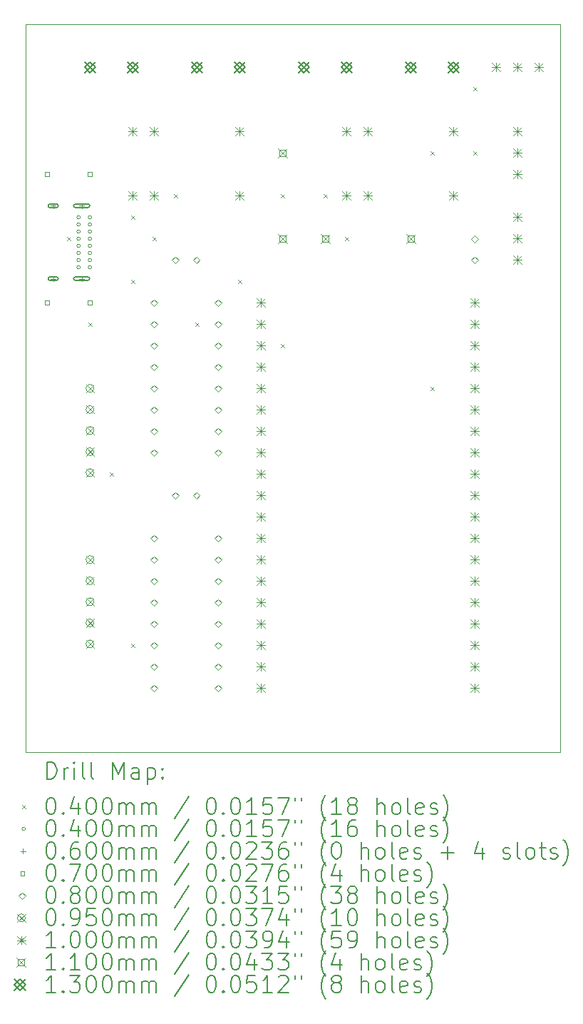
<source format=gbr>
%FSLAX45Y45*%
G04 Gerber Fmt 4.5, Leading zero omitted, Abs format (unit mm)*
G04 Created by KiCad (PCBNEW (6.0.4)) date 2022-05-24 10:55:21*
%MOMM*%
%LPD*%
G01*
G04 APERTURE LIST*
%TA.AperFunction,Profile*%
%ADD10C,0.100000*%
%TD*%
%ADD11C,0.200000*%
%ADD12C,0.040000*%
%ADD13C,0.060000*%
%ADD14C,0.070000*%
%ADD15C,0.080000*%
%ADD16C,0.095000*%
%ADD17C,0.100000*%
%ADD18C,0.110000*%
%ADD19C,0.130000*%
G04 APERTURE END LIST*
D10*
X13716000Y-13462000D02*
X7366000Y-13462000D01*
X7366000Y-4826000D01*
X13716000Y-4826000D01*
X13716000Y-13462000D01*
D11*
D12*
X7854000Y-7346000D02*
X7894000Y-7386000D01*
X7894000Y-7346000D02*
X7854000Y-7386000D01*
X8108000Y-8362000D02*
X8148000Y-8402000D01*
X8148000Y-8362000D02*
X8108000Y-8402000D01*
X8362000Y-10140000D02*
X8402000Y-10180000D01*
X8402000Y-10140000D02*
X8362000Y-10180000D01*
X8616000Y-7092000D02*
X8656000Y-7132000D01*
X8656000Y-7092000D02*
X8616000Y-7132000D01*
X8616000Y-7854000D02*
X8656000Y-7894000D01*
X8656000Y-7854000D02*
X8616000Y-7894000D01*
X8616000Y-12172000D02*
X8656000Y-12212000D01*
X8656000Y-12172000D02*
X8616000Y-12212000D01*
X8870000Y-7346000D02*
X8910000Y-7386000D01*
X8910000Y-7346000D02*
X8870000Y-7386000D01*
X9124000Y-6838000D02*
X9164000Y-6878000D01*
X9164000Y-6838000D02*
X9124000Y-6878000D01*
X9378000Y-8362000D02*
X9418000Y-8402000D01*
X9418000Y-8362000D02*
X9378000Y-8402000D01*
X9886000Y-7854000D02*
X9926000Y-7894000D01*
X9926000Y-7854000D02*
X9886000Y-7894000D01*
X10394000Y-6838000D02*
X10434000Y-6878000D01*
X10434000Y-6838000D02*
X10394000Y-6878000D01*
X10394000Y-8616000D02*
X10434000Y-8656000D01*
X10434000Y-8616000D02*
X10394000Y-8656000D01*
X10902000Y-6838000D02*
X10942000Y-6878000D01*
X10942000Y-6838000D02*
X10902000Y-6878000D01*
X11156000Y-7346000D02*
X11196000Y-7386000D01*
X11196000Y-7346000D02*
X11156000Y-7386000D01*
X12172000Y-6330000D02*
X12212000Y-6370000D01*
X12212000Y-6330000D02*
X12172000Y-6370000D01*
X12172000Y-9124000D02*
X12212000Y-9164000D01*
X12212000Y-9124000D02*
X12172000Y-9164000D01*
X12680000Y-5568000D02*
X12720000Y-5608000D01*
X12720000Y-5568000D02*
X12680000Y-5608000D01*
X12680000Y-6330000D02*
X12720000Y-6370000D01*
X12720000Y-6330000D02*
X12680000Y-6370000D01*
X8013000Y-7112000D02*
G75*
G03*
X8013000Y-7112000I-20000J0D01*
G01*
X8013000Y-7197000D02*
G75*
G03*
X8013000Y-7197000I-20000J0D01*
G01*
X8013000Y-7282000D02*
G75*
G03*
X8013000Y-7282000I-20000J0D01*
G01*
X8013000Y-7367000D02*
G75*
G03*
X8013000Y-7367000I-20000J0D01*
G01*
X8013000Y-7452000D02*
G75*
G03*
X8013000Y-7452000I-20000J0D01*
G01*
X8013000Y-7537000D02*
G75*
G03*
X8013000Y-7537000I-20000J0D01*
G01*
X8013000Y-7622000D02*
G75*
G03*
X8013000Y-7622000I-20000J0D01*
G01*
X8013000Y-7707000D02*
G75*
G03*
X8013000Y-7707000I-20000J0D01*
G01*
X8148000Y-7112000D02*
G75*
G03*
X8148000Y-7112000I-20000J0D01*
G01*
X8148000Y-7197000D02*
G75*
G03*
X8148000Y-7197000I-20000J0D01*
G01*
X8148000Y-7282000D02*
G75*
G03*
X8148000Y-7282000I-20000J0D01*
G01*
X8148000Y-7367000D02*
G75*
G03*
X8148000Y-7367000I-20000J0D01*
G01*
X8148000Y-7452000D02*
G75*
G03*
X8148000Y-7452000I-20000J0D01*
G01*
X8148000Y-7537000D02*
G75*
G03*
X8148000Y-7537000I-20000J0D01*
G01*
X8148000Y-7622000D02*
G75*
G03*
X8148000Y-7622000I-20000J0D01*
G01*
X8148000Y-7707000D02*
G75*
G03*
X8148000Y-7707000I-20000J0D01*
G01*
D13*
X7692000Y-6947000D02*
X7692000Y-7007000D01*
X7662000Y-6977000D02*
X7722000Y-6977000D01*
D11*
X7732000Y-6957000D02*
X7652000Y-6957000D01*
X7732000Y-6997000D02*
X7652000Y-6997000D01*
X7652000Y-6957000D02*
G75*
G03*
X7652000Y-6997000I0J-20000D01*
G01*
X7732000Y-6997000D02*
G75*
G03*
X7732000Y-6957000I0J20000D01*
G01*
D13*
X7692000Y-7812000D02*
X7692000Y-7872000D01*
X7662000Y-7842000D02*
X7722000Y-7842000D01*
D11*
X7732000Y-7822000D02*
X7652000Y-7822000D01*
X7732000Y-7862000D02*
X7652000Y-7862000D01*
X7652000Y-7822000D02*
G75*
G03*
X7652000Y-7862000I0J-20000D01*
G01*
X7732000Y-7862000D02*
G75*
G03*
X7732000Y-7822000I0J20000D01*
G01*
D13*
X8030000Y-6947000D02*
X8030000Y-7007000D01*
X8000000Y-6977000D02*
X8060000Y-6977000D01*
D11*
X8105000Y-6957000D02*
X7955000Y-6957000D01*
X8105000Y-6997000D02*
X7955000Y-6997000D01*
X7955000Y-6957000D02*
G75*
G03*
X7955000Y-6997000I0J-20000D01*
G01*
X8105000Y-6997000D02*
G75*
G03*
X8105000Y-6957000I0J20000D01*
G01*
D13*
X8030000Y-7812000D02*
X8030000Y-7872000D01*
X8000000Y-7842000D02*
X8060000Y-7842000D01*
D11*
X8105000Y-7822000D02*
X7955000Y-7822000D01*
X8105000Y-7862000D02*
X7955000Y-7862000D01*
X7955000Y-7822000D02*
G75*
G03*
X7955000Y-7862000I0J-20000D01*
G01*
X8105000Y-7862000D02*
G75*
G03*
X8105000Y-7822000I0J20000D01*
G01*
D14*
X7644749Y-6628749D02*
X7644749Y-6579251D01*
X7595251Y-6579251D01*
X7595251Y-6628749D01*
X7644749Y-6628749D01*
X7644749Y-8152749D02*
X7644749Y-8103251D01*
X7595251Y-8103251D01*
X7595251Y-8152749D01*
X7644749Y-8152749D01*
X8152749Y-6628749D02*
X8152749Y-6579251D01*
X8103251Y-6579251D01*
X8103251Y-6628749D01*
X8152749Y-6628749D01*
X8152749Y-8152749D02*
X8152749Y-8103251D01*
X8103251Y-8103251D01*
X8103251Y-8152749D01*
X8152749Y-8152749D01*
D15*
X8890000Y-8168000D02*
X8930000Y-8128000D01*
X8890000Y-8088000D01*
X8850000Y-8128000D01*
X8890000Y-8168000D01*
X8890000Y-8422000D02*
X8930000Y-8382000D01*
X8890000Y-8342000D01*
X8850000Y-8382000D01*
X8890000Y-8422000D01*
X8890000Y-8676000D02*
X8930000Y-8636000D01*
X8890000Y-8596000D01*
X8850000Y-8636000D01*
X8890000Y-8676000D01*
X8890000Y-8930000D02*
X8930000Y-8890000D01*
X8890000Y-8850000D01*
X8850000Y-8890000D01*
X8890000Y-8930000D01*
X8890000Y-9184000D02*
X8930000Y-9144000D01*
X8890000Y-9104000D01*
X8850000Y-9144000D01*
X8890000Y-9184000D01*
X8890000Y-9438000D02*
X8930000Y-9398000D01*
X8890000Y-9358000D01*
X8850000Y-9398000D01*
X8890000Y-9438000D01*
X8890000Y-9692000D02*
X8930000Y-9652000D01*
X8890000Y-9612000D01*
X8850000Y-9652000D01*
X8890000Y-9692000D01*
X8890000Y-9946000D02*
X8930000Y-9906000D01*
X8890000Y-9866000D01*
X8850000Y-9906000D01*
X8890000Y-9946000D01*
X8890000Y-10962000D02*
X8930000Y-10922000D01*
X8890000Y-10882000D01*
X8850000Y-10922000D01*
X8890000Y-10962000D01*
X8890000Y-11216000D02*
X8930000Y-11176000D01*
X8890000Y-11136000D01*
X8850000Y-11176000D01*
X8890000Y-11216000D01*
X8890000Y-11470000D02*
X8930000Y-11430000D01*
X8890000Y-11390000D01*
X8850000Y-11430000D01*
X8890000Y-11470000D01*
X8890000Y-11724000D02*
X8930000Y-11684000D01*
X8890000Y-11644000D01*
X8850000Y-11684000D01*
X8890000Y-11724000D01*
X8890000Y-11978000D02*
X8930000Y-11938000D01*
X8890000Y-11898000D01*
X8850000Y-11938000D01*
X8890000Y-11978000D01*
X8890000Y-12232000D02*
X8930000Y-12192000D01*
X8890000Y-12152000D01*
X8850000Y-12192000D01*
X8890000Y-12232000D01*
X8890000Y-12486000D02*
X8930000Y-12446000D01*
X8890000Y-12406000D01*
X8850000Y-12446000D01*
X8890000Y-12486000D01*
X8890000Y-12740000D02*
X8930000Y-12700000D01*
X8890000Y-12660000D01*
X8850000Y-12700000D01*
X8890000Y-12740000D01*
X9144000Y-7660000D02*
X9184000Y-7620000D01*
X9144000Y-7580000D01*
X9104000Y-7620000D01*
X9144000Y-7660000D01*
X9144000Y-10454000D02*
X9184000Y-10414000D01*
X9144000Y-10374000D01*
X9104000Y-10414000D01*
X9144000Y-10454000D01*
X9394000Y-7660000D02*
X9434000Y-7620000D01*
X9394000Y-7580000D01*
X9354000Y-7620000D01*
X9394000Y-7660000D01*
X9394000Y-10454000D02*
X9434000Y-10414000D01*
X9394000Y-10374000D01*
X9354000Y-10414000D01*
X9394000Y-10454000D01*
X9652000Y-8168000D02*
X9692000Y-8128000D01*
X9652000Y-8088000D01*
X9612000Y-8128000D01*
X9652000Y-8168000D01*
X9652000Y-8422000D02*
X9692000Y-8382000D01*
X9652000Y-8342000D01*
X9612000Y-8382000D01*
X9652000Y-8422000D01*
X9652000Y-8676000D02*
X9692000Y-8636000D01*
X9652000Y-8596000D01*
X9612000Y-8636000D01*
X9652000Y-8676000D01*
X9652000Y-8930000D02*
X9692000Y-8890000D01*
X9652000Y-8850000D01*
X9612000Y-8890000D01*
X9652000Y-8930000D01*
X9652000Y-9184000D02*
X9692000Y-9144000D01*
X9652000Y-9104000D01*
X9612000Y-9144000D01*
X9652000Y-9184000D01*
X9652000Y-9438000D02*
X9692000Y-9398000D01*
X9652000Y-9358000D01*
X9612000Y-9398000D01*
X9652000Y-9438000D01*
X9652000Y-9692000D02*
X9692000Y-9652000D01*
X9652000Y-9612000D01*
X9612000Y-9652000D01*
X9652000Y-9692000D01*
X9652000Y-9946000D02*
X9692000Y-9906000D01*
X9652000Y-9866000D01*
X9612000Y-9906000D01*
X9652000Y-9946000D01*
X9652000Y-10962000D02*
X9692000Y-10922000D01*
X9652000Y-10882000D01*
X9612000Y-10922000D01*
X9652000Y-10962000D01*
X9652000Y-11216000D02*
X9692000Y-11176000D01*
X9652000Y-11136000D01*
X9612000Y-11176000D01*
X9652000Y-11216000D01*
X9652000Y-11470000D02*
X9692000Y-11430000D01*
X9652000Y-11390000D01*
X9612000Y-11430000D01*
X9652000Y-11470000D01*
X9652000Y-11724000D02*
X9692000Y-11684000D01*
X9652000Y-11644000D01*
X9612000Y-11684000D01*
X9652000Y-11724000D01*
X9652000Y-11978000D02*
X9692000Y-11938000D01*
X9652000Y-11898000D01*
X9612000Y-11938000D01*
X9652000Y-11978000D01*
X9652000Y-12232000D02*
X9692000Y-12192000D01*
X9652000Y-12152000D01*
X9612000Y-12192000D01*
X9652000Y-12232000D01*
X9652000Y-12486000D02*
X9692000Y-12446000D01*
X9652000Y-12406000D01*
X9612000Y-12446000D01*
X9652000Y-12486000D01*
X9652000Y-12740000D02*
X9692000Y-12700000D01*
X9652000Y-12660000D01*
X9612000Y-12700000D01*
X9652000Y-12740000D01*
X12700000Y-7410000D02*
X12740000Y-7370000D01*
X12700000Y-7330000D01*
X12660000Y-7370000D01*
X12700000Y-7410000D01*
X12700000Y-7660000D02*
X12740000Y-7620000D01*
X12700000Y-7580000D01*
X12660000Y-7620000D01*
X12700000Y-7660000D01*
D16*
X8080500Y-9096500D02*
X8175500Y-9191500D01*
X8175500Y-9096500D02*
X8080500Y-9191500D01*
X8175500Y-9144000D02*
G75*
G03*
X8175500Y-9144000I-47500J0D01*
G01*
X8080500Y-9346500D02*
X8175500Y-9441500D01*
X8175500Y-9346500D02*
X8080500Y-9441500D01*
X8175500Y-9394000D02*
G75*
G03*
X8175500Y-9394000I-47500J0D01*
G01*
X8080500Y-9596500D02*
X8175500Y-9691500D01*
X8175500Y-9596500D02*
X8080500Y-9691500D01*
X8175500Y-9644000D02*
G75*
G03*
X8175500Y-9644000I-47500J0D01*
G01*
X8080500Y-9846500D02*
X8175500Y-9941500D01*
X8175500Y-9846500D02*
X8080500Y-9941500D01*
X8175500Y-9894000D02*
G75*
G03*
X8175500Y-9894000I-47500J0D01*
G01*
X8080500Y-10096500D02*
X8175500Y-10191500D01*
X8175500Y-10096500D02*
X8080500Y-10191500D01*
X8175500Y-10144000D02*
G75*
G03*
X8175500Y-10144000I-47500J0D01*
G01*
X8080500Y-11128500D02*
X8175500Y-11223500D01*
X8175500Y-11128500D02*
X8080500Y-11223500D01*
X8175500Y-11176000D02*
G75*
G03*
X8175500Y-11176000I-47500J0D01*
G01*
X8080500Y-11378500D02*
X8175500Y-11473500D01*
X8175500Y-11378500D02*
X8080500Y-11473500D01*
X8175500Y-11426000D02*
G75*
G03*
X8175500Y-11426000I-47500J0D01*
G01*
X8080500Y-11628500D02*
X8175500Y-11723500D01*
X8175500Y-11628500D02*
X8080500Y-11723500D01*
X8175500Y-11676000D02*
G75*
G03*
X8175500Y-11676000I-47500J0D01*
G01*
X8080500Y-11878500D02*
X8175500Y-11973500D01*
X8175500Y-11878500D02*
X8080500Y-11973500D01*
X8175500Y-11926000D02*
G75*
G03*
X8175500Y-11926000I-47500J0D01*
G01*
X8080500Y-12128500D02*
X8175500Y-12223500D01*
X8175500Y-12128500D02*
X8080500Y-12223500D01*
X8175500Y-12176000D02*
G75*
G03*
X8175500Y-12176000I-47500J0D01*
G01*
D17*
X8586000Y-6046000D02*
X8686000Y-6146000D01*
X8686000Y-6046000D02*
X8586000Y-6146000D01*
X8636000Y-6046000D02*
X8636000Y-6146000D01*
X8586000Y-6096000D02*
X8686000Y-6096000D01*
X8586000Y-6808000D02*
X8686000Y-6908000D01*
X8686000Y-6808000D02*
X8586000Y-6908000D01*
X8636000Y-6808000D02*
X8636000Y-6908000D01*
X8586000Y-6858000D02*
X8686000Y-6858000D01*
X8840000Y-6046000D02*
X8940000Y-6146000D01*
X8940000Y-6046000D02*
X8840000Y-6146000D01*
X8890000Y-6046000D02*
X8890000Y-6146000D01*
X8840000Y-6096000D02*
X8940000Y-6096000D01*
X8840000Y-6808000D02*
X8940000Y-6908000D01*
X8940000Y-6808000D02*
X8840000Y-6908000D01*
X8890000Y-6808000D02*
X8890000Y-6908000D01*
X8840000Y-6858000D02*
X8940000Y-6858000D01*
X9856000Y-6046000D02*
X9956000Y-6146000D01*
X9956000Y-6046000D02*
X9856000Y-6146000D01*
X9906000Y-6046000D02*
X9906000Y-6146000D01*
X9856000Y-6096000D02*
X9956000Y-6096000D01*
X9856000Y-6808000D02*
X9956000Y-6908000D01*
X9956000Y-6808000D02*
X9856000Y-6908000D01*
X9906000Y-6808000D02*
X9906000Y-6908000D01*
X9856000Y-6858000D02*
X9956000Y-6858000D01*
X10110000Y-8078000D02*
X10210000Y-8178000D01*
X10210000Y-8078000D02*
X10110000Y-8178000D01*
X10160000Y-8078000D02*
X10160000Y-8178000D01*
X10110000Y-8128000D02*
X10210000Y-8128000D01*
X10110000Y-8332000D02*
X10210000Y-8432000D01*
X10210000Y-8332000D02*
X10110000Y-8432000D01*
X10160000Y-8332000D02*
X10160000Y-8432000D01*
X10110000Y-8382000D02*
X10210000Y-8382000D01*
X10110000Y-8586000D02*
X10210000Y-8686000D01*
X10210000Y-8586000D02*
X10110000Y-8686000D01*
X10160000Y-8586000D02*
X10160000Y-8686000D01*
X10110000Y-8636000D02*
X10210000Y-8636000D01*
X10110000Y-8840000D02*
X10210000Y-8940000D01*
X10210000Y-8840000D02*
X10110000Y-8940000D01*
X10160000Y-8840000D02*
X10160000Y-8940000D01*
X10110000Y-8890000D02*
X10210000Y-8890000D01*
X10110000Y-9094000D02*
X10210000Y-9194000D01*
X10210000Y-9094000D02*
X10110000Y-9194000D01*
X10160000Y-9094000D02*
X10160000Y-9194000D01*
X10110000Y-9144000D02*
X10210000Y-9144000D01*
X10110000Y-9348000D02*
X10210000Y-9448000D01*
X10210000Y-9348000D02*
X10110000Y-9448000D01*
X10160000Y-9348000D02*
X10160000Y-9448000D01*
X10110000Y-9398000D02*
X10210000Y-9398000D01*
X10110000Y-9602000D02*
X10210000Y-9702000D01*
X10210000Y-9602000D02*
X10110000Y-9702000D01*
X10160000Y-9602000D02*
X10160000Y-9702000D01*
X10110000Y-9652000D02*
X10210000Y-9652000D01*
X10110000Y-9856000D02*
X10210000Y-9956000D01*
X10210000Y-9856000D02*
X10110000Y-9956000D01*
X10160000Y-9856000D02*
X10160000Y-9956000D01*
X10110000Y-9906000D02*
X10210000Y-9906000D01*
X10110000Y-10110000D02*
X10210000Y-10210000D01*
X10210000Y-10110000D02*
X10110000Y-10210000D01*
X10160000Y-10110000D02*
X10160000Y-10210000D01*
X10110000Y-10160000D02*
X10210000Y-10160000D01*
X10110000Y-10364000D02*
X10210000Y-10464000D01*
X10210000Y-10364000D02*
X10110000Y-10464000D01*
X10160000Y-10364000D02*
X10160000Y-10464000D01*
X10110000Y-10414000D02*
X10210000Y-10414000D01*
X10110000Y-10618000D02*
X10210000Y-10718000D01*
X10210000Y-10618000D02*
X10110000Y-10718000D01*
X10160000Y-10618000D02*
X10160000Y-10718000D01*
X10110000Y-10668000D02*
X10210000Y-10668000D01*
X10110000Y-10872000D02*
X10210000Y-10972000D01*
X10210000Y-10872000D02*
X10110000Y-10972000D01*
X10160000Y-10872000D02*
X10160000Y-10972000D01*
X10110000Y-10922000D02*
X10210000Y-10922000D01*
X10110000Y-11126000D02*
X10210000Y-11226000D01*
X10210000Y-11126000D02*
X10110000Y-11226000D01*
X10160000Y-11126000D02*
X10160000Y-11226000D01*
X10110000Y-11176000D02*
X10210000Y-11176000D01*
X10110000Y-11380000D02*
X10210000Y-11480000D01*
X10210000Y-11380000D02*
X10110000Y-11480000D01*
X10160000Y-11380000D02*
X10160000Y-11480000D01*
X10110000Y-11430000D02*
X10210000Y-11430000D01*
X10110000Y-11634000D02*
X10210000Y-11734000D01*
X10210000Y-11634000D02*
X10110000Y-11734000D01*
X10160000Y-11634000D02*
X10160000Y-11734000D01*
X10110000Y-11684000D02*
X10210000Y-11684000D01*
X10110000Y-11888000D02*
X10210000Y-11988000D01*
X10210000Y-11888000D02*
X10110000Y-11988000D01*
X10160000Y-11888000D02*
X10160000Y-11988000D01*
X10110000Y-11938000D02*
X10210000Y-11938000D01*
X10110000Y-12142000D02*
X10210000Y-12242000D01*
X10210000Y-12142000D02*
X10110000Y-12242000D01*
X10160000Y-12142000D02*
X10160000Y-12242000D01*
X10110000Y-12192000D02*
X10210000Y-12192000D01*
X10110000Y-12396000D02*
X10210000Y-12496000D01*
X10210000Y-12396000D02*
X10110000Y-12496000D01*
X10160000Y-12396000D02*
X10160000Y-12496000D01*
X10110000Y-12446000D02*
X10210000Y-12446000D01*
X10110000Y-12650000D02*
X10210000Y-12750000D01*
X10210000Y-12650000D02*
X10110000Y-12750000D01*
X10160000Y-12650000D02*
X10160000Y-12750000D01*
X10110000Y-12700000D02*
X10210000Y-12700000D01*
X11126000Y-6046000D02*
X11226000Y-6146000D01*
X11226000Y-6046000D02*
X11126000Y-6146000D01*
X11176000Y-6046000D02*
X11176000Y-6146000D01*
X11126000Y-6096000D02*
X11226000Y-6096000D01*
X11126000Y-6808000D02*
X11226000Y-6908000D01*
X11226000Y-6808000D02*
X11126000Y-6908000D01*
X11176000Y-6808000D02*
X11176000Y-6908000D01*
X11126000Y-6858000D02*
X11226000Y-6858000D01*
X11380000Y-6046000D02*
X11480000Y-6146000D01*
X11480000Y-6046000D02*
X11380000Y-6146000D01*
X11430000Y-6046000D02*
X11430000Y-6146000D01*
X11380000Y-6096000D02*
X11480000Y-6096000D01*
X11380000Y-6808000D02*
X11480000Y-6908000D01*
X11480000Y-6808000D02*
X11380000Y-6908000D01*
X11430000Y-6808000D02*
X11430000Y-6908000D01*
X11380000Y-6858000D02*
X11480000Y-6858000D01*
X12396000Y-6046000D02*
X12496000Y-6146000D01*
X12496000Y-6046000D02*
X12396000Y-6146000D01*
X12446000Y-6046000D02*
X12446000Y-6146000D01*
X12396000Y-6096000D02*
X12496000Y-6096000D01*
X12396000Y-6808000D02*
X12496000Y-6908000D01*
X12496000Y-6808000D02*
X12396000Y-6908000D01*
X12446000Y-6808000D02*
X12446000Y-6908000D01*
X12396000Y-6858000D02*
X12496000Y-6858000D01*
X12650000Y-8078000D02*
X12750000Y-8178000D01*
X12750000Y-8078000D02*
X12650000Y-8178000D01*
X12700000Y-8078000D02*
X12700000Y-8178000D01*
X12650000Y-8128000D02*
X12750000Y-8128000D01*
X12650000Y-8332000D02*
X12750000Y-8432000D01*
X12750000Y-8332000D02*
X12650000Y-8432000D01*
X12700000Y-8332000D02*
X12700000Y-8432000D01*
X12650000Y-8382000D02*
X12750000Y-8382000D01*
X12650000Y-8586000D02*
X12750000Y-8686000D01*
X12750000Y-8586000D02*
X12650000Y-8686000D01*
X12700000Y-8586000D02*
X12700000Y-8686000D01*
X12650000Y-8636000D02*
X12750000Y-8636000D01*
X12650000Y-8840000D02*
X12750000Y-8940000D01*
X12750000Y-8840000D02*
X12650000Y-8940000D01*
X12700000Y-8840000D02*
X12700000Y-8940000D01*
X12650000Y-8890000D02*
X12750000Y-8890000D01*
X12650000Y-9094000D02*
X12750000Y-9194000D01*
X12750000Y-9094000D02*
X12650000Y-9194000D01*
X12700000Y-9094000D02*
X12700000Y-9194000D01*
X12650000Y-9144000D02*
X12750000Y-9144000D01*
X12650000Y-9348000D02*
X12750000Y-9448000D01*
X12750000Y-9348000D02*
X12650000Y-9448000D01*
X12700000Y-9348000D02*
X12700000Y-9448000D01*
X12650000Y-9398000D02*
X12750000Y-9398000D01*
X12650000Y-9602000D02*
X12750000Y-9702000D01*
X12750000Y-9602000D02*
X12650000Y-9702000D01*
X12700000Y-9602000D02*
X12700000Y-9702000D01*
X12650000Y-9652000D02*
X12750000Y-9652000D01*
X12650000Y-9856000D02*
X12750000Y-9956000D01*
X12750000Y-9856000D02*
X12650000Y-9956000D01*
X12700000Y-9856000D02*
X12700000Y-9956000D01*
X12650000Y-9906000D02*
X12750000Y-9906000D01*
X12650000Y-10110000D02*
X12750000Y-10210000D01*
X12750000Y-10110000D02*
X12650000Y-10210000D01*
X12700000Y-10110000D02*
X12700000Y-10210000D01*
X12650000Y-10160000D02*
X12750000Y-10160000D01*
X12650000Y-10364000D02*
X12750000Y-10464000D01*
X12750000Y-10364000D02*
X12650000Y-10464000D01*
X12700000Y-10364000D02*
X12700000Y-10464000D01*
X12650000Y-10414000D02*
X12750000Y-10414000D01*
X12650000Y-10618000D02*
X12750000Y-10718000D01*
X12750000Y-10618000D02*
X12650000Y-10718000D01*
X12700000Y-10618000D02*
X12700000Y-10718000D01*
X12650000Y-10668000D02*
X12750000Y-10668000D01*
X12650000Y-10872000D02*
X12750000Y-10972000D01*
X12750000Y-10872000D02*
X12650000Y-10972000D01*
X12700000Y-10872000D02*
X12700000Y-10972000D01*
X12650000Y-10922000D02*
X12750000Y-10922000D01*
X12650000Y-11126000D02*
X12750000Y-11226000D01*
X12750000Y-11126000D02*
X12650000Y-11226000D01*
X12700000Y-11126000D02*
X12700000Y-11226000D01*
X12650000Y-11176000D02*
X12750000Y-11176000D01*
X12650000Y-11380000D02*
X12750000Y-11480000D01*
X12750000Y-11380000D02*
X12650000Y-11480000D01*
X12700000Y-11380000D02*
X12700000Y-11480000D01*
X12650000Y-11430000D02*
X12750000Y-11430000D01*
X12650000Y-11634000D02*
X12750000Y-11734000D01*
X12750000Y-11634000D02*
X12650000Y-11734000D01*
X12700000Y-11634000D02*
X12700000Y-11734000D01*
X12650000Y-11684000D02*
X12750000Y-11684000D01*
X12650000Y-11888000D02*
X12750000Y-11988000D01*
X12750000Y-11888000D02*
X12650000Y-11988000D01*
X12700000Y-11888000D02*
X12700000Y-11988000D01*
X12650000Y-11938000D02*
X12750000Y-11938000D01*
X12650000Y-12142000D02*
X12750000Y-12242000D01*
X12750000Y-12142000D02*
X12650000Y-12242000D01*
X12700000Y-12142000D02*
X12700000Y-12242000D01*
X12650000Y-12192000D02*
X12750000Y-12192000D01*
X12650000Y-12396000D02*
X12750000Y-12496000D01*
X12750000Y-12396000D02*
X12650000Y-12496000D01*
X12700000Y-12396000D02*
X12700000Y-12496000D01*
X12650000Y-12446000D02*
X12750000Y-12446000D01*
X12650000Y-12650000D02*
X12750000Y-12750000D01*
X12750000Y-12650000D02*
X12650000Y-12750000D01*
X12700000Y-12650000D02*
X12700000Y-12750000D01*
X12650000Y-12700000D02*
X12750000Y-12700000D01*
X12904000Y-5284000D02*
X13004000Y-5384000D01*
X13004000Y-5284000D02*
X12904000Y-5384000D01*
X12954000Y-5284000D02*
X12954000Y-5384000D01*
X12904000Y-5334000D02*
X13004000Y-5334000D01*
X13158000Y-5284000D02*
X13258000Y-5384000D01*
X13258000Y-5284000D02*
X13158000Y-5384000D01*
X13208000Y-5284000D02*
X13208000Y-5384000D01*
X13158000Y-5334000D02*
X13258000Y-5334000D01*
X13158000Y-6046000D02*
X13258000Y-6146000D01*
X13258000Y-6046000D02*
X13158000Y-6146000D01*
X13208000Y-6046000D02*
X13208000Y-6146000D01*
X13158000Y-6096000D02*
X13258000Y-6096000D01*
X13158000Y-6300000D02*
X13258000Y-6400000D01*
X13258000Y-6300000D02*
X13158000Y-6400000D01*
X13208000Y-6300000D02*
X13208000Y-6400000D01*
X13158000Y-6350000D02*
X13258000Y-6350000D01*
X13158000Y-6554000D02*
X13258000Y-6654000D01*
X13258000Y-6554000D02*
X13158000Y-6654000D01*
X13208000Y-6554000D02*
X13208000Y-6654000D01*
X13158000Y-6604000D02*
X13258000Y-6604000D01*
X13158000Y-7062000D02*
X13258000Y-7162000D01*
X13258000Y-7062000D02*
X13158000Y-7162000D01*
X13208000Y-7062000D02*
X13208000Y-7162000D01*
X13158000Y-7112000D02*
X13258000Y-7112000D01*
X13158000Y-7316000D02*
X13258000Y-7416000D01*
X13258000Y-7316000D02*
X13158000Y-7416000D01*
X13208000Y-7316000D02*
X13208000Y-7416000D01*
X13158000Y-7366000D02*
X13258000Y-7366000D01*
X13158000Y-7570000D02*
X13258000Y-7670000D01*
X13258000Y-7570000D02*
X13158000Y-7670000D01*
X13208000Y-7570000D02*
X13208000Y-7670000D01*
X13158000Y-7620000D02*
X13258000Y-7620000D01*
X13412000Y-5284000D02*
X13512000Y-5384000D01*
X13512000Y-5284000D02*
X13412000Y-5384000D01*
X13462000Y-5284000D02*
X13462000Y-5384000D01*
X13412000Y-5334000D02*
X13512000Y-5334000D01*
D18*
X10359000Y-6295000D02*
X10469000Y-6405000D01*
X10469000Y-6295000D02*
X10359000Y-6405000D01*
X10452891Y-6388891D02*
X10452891Y-6311109D01*
X10375109Y-6311109D01*
X10375109Y-6388891D01*
X10452891Y-6388891D01*
X10359000Y-7311000D02*
X10469000Y-7421000D01*
X10469000Y-7311000D02*
X10359000Y-7421000D01*
X10452891Y-7404891D02*
X10452891Y-7327109D01*
X10375109Y-7327109D01*
X10375109Y-7404891D01*
X10452891Y-7404891D01*
X10867000Y-7311000D02*
X10977000Y-7421000D01*
X10977000Y-7311000D02*
X10867000Y-7421000D01*
X10960891Y-7404891D02*
X10960891Y-7327109D01*
X10883109Y-7327109D01*
X10883109Y-7404891D01*
X10960891Y-7404891D01*
X11883000Y-7311000D02*
X11993000Y-7421000D01*
X11993000Y-7311000D02*
X11883000Y-7421000D01*
X11976891Y-7404891D02*
X11976891Y-7327109D01*
X11899109Y-7327109D01*
X11899109Y-7404891D01*
X11976891Y-7404891D01*
D19*
X8063000Y-5269000D02*
X8193000Y-5399000D01*
X8193000Y-5269000D02*
X8063000Y-5399000D01*
X8128000Y-5399000D02*
X8193000Y-5334000D01*
X8128000Y-5269000D01*
X8063000Y-5334000D01*
X8128000Y-5399000D01*
X8571000Y-5269000D02*
X8701000Y-5399000D01*
X8701000Y-5269000D02*
X8571000Y-5399000D01*
X8636000Y-5399000D02*
X8701000Y-5334000D01*
X8636000Y-5269000D01*
X8571000Y-5334000D01*
X8636000Y-5399000D01*
X9333000Y-5269000D02*
X9463000Y-5399000D01*
X9463000Y-5269000D02*
X9333000Y-5399000D01*
X9398000Y-5399000D02*
X9463000Y-5334000D01*
X9398000Y-5269000D01*
X9333000Y-5334000D01*
X9398000Y-5399000D01*
X9841000Y-5269000D02*
X9971000Y-5399000D01*
X9971000Y-5269000D02*
X9841000Y-5399000D01*
X9906000Y-5399000D02*
X9971000Y-5334000D01*
X9906000Y-5269000D01*
X9841000Y-5334000D01*
X9906000Y-5399000D01*
X10603000Y-5269000D02*
X10733000Y-5399000D01*
X10733000Y-5269000D02*
X10603000Y-5399000D01*
X10668000Y-5399000D02*
X10733000Y-5334000D01*
X10668000Y-5269000D01*
X10603000Y-5334000D01*
X10668000Y-5399000D01*
X11111000Y-5269000D02*
X11241000Y-5399000D01*
X11241000Y-5269000D02*
X11111000Y-5399000D01*
X11176000Y-5399000D02*
X11241000Y-5334000D01*
X11176000Y-5269000D01*
X11111000Y-5334000D01*
X11176000Y-5399000D01*
X11873000Y-5269000D02*
X12003000Y-5399000D01*
X12003000Y-5269000D02*
X11873000Y-5399000D01*
X11938000Y-5399000D02*
X12003000Y-5334000D01*
X11938000Y-5269000D01*
X11873000Y-5334000D01*
X11938000Y-5399000D01*
X12381000Y-5269000D02*
X12511000Y-5399000D01*
X12511000Y-5269000D02*
X12381000Y-5399000D01*
X12446000Y-5399000D02*
X12511000Y-5334000D01*
X12446000Y-5269000D01*
X12381000Y-5334000D01*
X12446000Y-5399000D01*
D11*
X7618619Y-13777476D02*
X7618619Y-13577476D01*
X7666238Y-13577476D01*
X7694809Y-13587000D01*
X7713857Y-13606048D01*
X7723381Y-13625095D01*
X7732905Y-13663190D01*
X7732905Y-13691762D01*
X7723381Y-13729857D01*
X7713857Y-13748905D01*
X7694809Y-13767952D01*
X7666238Y-13777476D01*
X7618619Y-13777476D01*
X7818619Y-13777476D02*
X7818619Y-13644143D01*
X7818619Y-13682238D02*
X7828143Y-13663190D01*
X7837667Y-13653667D01*
X7856714Y-13644143D01*
X7875762Y-13644143D01*
X7942428Y-13777476D02*
X7942428Y-13644143D01*
X7942428Y-13577476D02*
X7932905Y-13587000D01*
X7942428Y-13596524D01*
X7951952Y-13587000D01*
X7942428Y-13577476D01*
X7942428Y-13596524D01*
X8066238Y-13777476D02*
X8047190Y-13767952D01*
X8037667Y-13748905D01*
X8037667Y-13577476D01*
X8171000Y-13777476D02*
X8151952Y-13767952D01*
X8142428Y-13748905D01*
X8142428Y-13577476D01*
X8399571Y-13777476D02*
X8399571Y-13577476D01*
X8466238Y-13720333D01*
X8532905Y-13577476D01*
X8532905Y-13777476D01*
X8713857Y-13777476D02*
X8713857Y-13672714D01*
X8704333Y-13653667D01*
X8685286Y-13644143D01*
X8647190Y-13644143D01*
X8628143Y-13653667D01*
X8713857Y-13767952D02*
X8694810Y-13777476D01*
X8647190Y-13777476D01*
X8628143Y-13767952D01*
X8618619Y-13748905D01*
X8618619Y-13729857D01*
X8628143Y-13710809D01*
X8647190Y-13701286D01*
X8694810Y-13701286D01*
X8713857Y-13691762D01*
X8809095Y-13644143D02*
X8809095Y-13844143D01*
X8809095Y-13653667D02*
X8828143Y-13644143D01*
X8866238Y-13644143D01*
X8885286Y-13653667D01*
X8894810Y-13663190D01*
X8904333Y-13682238D01*
X8904333Y-13739381D01*
X8894810Y-13758428D01*
X8885286Y-13767952D01*
X8866238Y-13777476D01*
X8828143Y-13777476D01*
X8809095Y-13767952D01*
X8990048Y-13758428D02*
X8999571Y-13767952D01*
X8990048Y-13777476D01*
X8980524Y-13767952D01*
X8990048Y-13758428D01*
X8990048Y-13777476D01*
X8990048Y-13653667D02*
X8999571Y-13663190D01*
X8990048Y-13672714D01*
X8980524Y-13663190D01*
X8990048Y-13653667D01*
X8990048Y-13672714D01*
D12*
X7321000Y-14087000D02*
X7361000Y-14127000D01*
X7361000Y-14087000D02*
X7321000Y-14127000D01*
D11*
X7656714Y-13997476D02*
X7675762Y-13997476D01*
X7694809Y-14007000D01*
X7704333Y-14016524D01*
X7713857Y-14035571D01*
X7723381Y-14073667D01*
X7723381Y-14121286D01*
X7713857Y-14159381D01*
X7704333Y-14178428D01*
X7694809Y-14187952D01*
X7675762Y-14197476D01*
X7656714Y-14197476D01*
X7637667Y-14187952D01*
X7628143Y-14178428D01*
X7618619Y-14159381D01*
X7609095Y-14121286D01*
X7609095Y-14073667D01*
X7618619Y-14035571D01*
X7628143Y-14016524D01*
X7637667Y-14007000D01*
X7656714Y-13997476D01*
X7809095Y-14178428D02*
X7818619Y-14187952D01*
X7809095Y-14197476D01*
X7799571Y-14187952D01*
X7809095Y-14178428D01*
X7809095Y-14197476D01*
X7990048Y-14064143D02*
X7990048Y-14197476D01*
X7942428Y-13987952D02*
X7894809Y-14130809D01*
X8018619Y-14130809D01*
X8132905Y-13997476D02*
X8151952Y-13997476D01*
X8171000Y-14007000D01*
X8180524Y-14016524D01*
X8190048Y-14035571D01*
X8199571Y-14073667D01*
X8199571Y-14121286D01*
X8190048Y-14159381D01*
X8180524Y-14178428D01*
X8171000Y-14187952D01*
X8151952Y-14197476D01*
X8132905Y-14197476D01*
X8113857Y-14187952D01*
X8104333Y-14178428D01*
X8094809Y-14159381D01*
X8085286Y-14121286D01*
X8085286Y-14073667D01*
X8094809Y-14035571D01*
X8104333Y-14016524D01*
X8113857Y-14007000D01*
X8132905Y-13997476D01*
X8323381Y-13997476D02*
X8342428Y-13997476D01*
X8361476Y-14007000D01*
X8371000Y-14016524D01*
X8380524Y-14035571D01*
X8390048Y-14073667D01*
X8390048Y-14121286D01*
X8380524Y-14159381D01*
X8371000Y-14178428D01*
X8361476Y-14187952D01*
X8342428Y-14197476D01*
X8323381Y-14197476D01*
X8304333Y-14187952D01*
X8294809Y-14178428D01*
X8285286Y-14159381D01*
X8275762Y-14121286D01*
X8275762Y-14073667D01*
X8285286Y-14035571D01*
X8294809Y-14016524D01*
X8304333Y-14007000D01*
X8323381Y-13997476D01*
X8475762Y-14197476D02*
X8475762Y-14064143D01*
X8475762Y-14083190D02*
X8485286Y-14073667D01*
X8504333Y-14064143D01*
X8532905Y-14064143D01*
X8551952Y-14073667D01*
X8561476Y-14092714D01*
X8561476Y-14197476D01*
X8561476Y-14092714D02*
X8571000Y-14073667D01*
X8590048Y-14064143D01*
X8618619Y-14064143D01*
X8637667Y-14073667D01*
X8647190Y-14092714D01*
X8647190Y-14197476D01*
X8742429Y-14197476D02*
X8742429Y-14064143D01*
X8742429Y-14083190D02*
X8751952Y-14073667D01*
X8771000Y-14064143D01*
X8799571Y-14064143D01*
X8818619Y-14073667D01*
X8828143Y-14092714D01*
X8828143Y-14197476D01*
X8828143Y-14092714D02*
X8837667Y-14073667D01*
X8856714Y-14064143D01*
X8885286Y-14064143D01*
X8904333Y-14073667D01*
X8913857Y-14092714D01*
X8913857Y-14197476D01*
X9304333Y-13987952D02*
X9132905Y-14245095D01*
X9561476Y-13997476D02*
X9580524Y-13997476D01*
X9599571Y-14007000D01*
X9609095Y-14016524D01*
X9618619Y-14035571D01*
X9628143Y-14073667D01*
X9628143Y-14121286D01*
X9618619Y-14159381D01*
X9609095Y-14178428D01*
X9599571Y-14187952D01*
X9580524Y-14197476D01*
X9561476Y-14197476D01*
X9542429Y-14187952D01*
X9532905Y-14178428D01*
X9523381Y-14159381D01*
X9513857Y-14121286D01*
X9513857Y-14073667D01*
X9523381Y-14035571D01*
X9532905Y-14016524D01*
X9542429Y-14007000D01*
X9561476Y-13997476D01*
X9713857Y-14178428D02*
X9723381Y-14187952D01*
X9713857Y-14197476D01*
X9704333Y-14187952D01*
X9713857Y-14178428D01*
X9713857Y-14197476D01*
X9847190Y-13997476D02*
X9866238Y-13997476D01*
X9885286Y-14007000D01*
X9894810Y-14016524D01*
X9904333Y-14035571D01*
X9913857Y-14073667D01*
X9913857Y-14121286D01*
X9904333Y-14159381D01*
X9894810Y-14178428D01*
X9885286Y-14187952D01*
X9866238Y-14197476D01*
X9847190Y-14197476D01*
X9828143Y-14187952D01*
X9818619Y-14178428D01*
X9809095Y-14159381D01*
X9799571Y-14121286D01*
X9799571Y-14073667D01*
X9809095Y-14035571D01*
X9818619Y-14016524D01*
X9828143Y-14007000D01*
X9847190Y-13997476D01*
X10104333Y-14197476D02*
X9990048Y-14197476D01*
X10047190Y-14197476D02*
X10047190Y-13997476D01*
X10028143Y-14026048D01*
X10009095Y-14045095D01*
X9990048Y-14054619D01*
X10285286Y-13997476D02*
X10190048Y-13997476D01*
X10180524Y-14092714D01*
X10190048Y-14083190D01*
X10209095Y-14073667D01*
X10256714Y-14073667D01*
X10275762Y-14083190D01*
X10285286Y-14092714D01*
X10294810Y-14111762D01*
X10294810Y-14159381D01*
X10285286Y-14178428D01*
X10275762Y-14187952D01*
X10256714Y-14197476D01*
X10209095Y-14197476D01*
X10190048Y-14187952D01*
X10180524Y-14178428D01*
X10361476Y-13997476D02*
X10494810Y-13997476D01*
X10409095Y-14197476D01*
X10561476Y-13997476D02*
X10561476Y-14035571D01*
X10637667Y-13997476D02*
X10637667Y-14035571D01*
X10932905Y-14273667D02*
X10923381Y-14264143D01*
X10904333Y-14235571D01*
X10894810Y-14216524D01*
X10885286Y-14187952D01*
X10875762Y-14140333D01*
X10875762Y-14102238D01*
X10885286Y-14054619D01*
X10894810Y-14026048D01*
X10904333Y-14007000D01*
X10923381Y-13978428D01*
X10932905Y-13968905D01*
X11113857Y-14197476D02*
X10999571Y-14197476D01*
X11056714Y-14197476D02*
X11056714Y-13997476D01*
X11037667Y-14026048D01*
X11018619Y-14045095D01*
X10999571Y-14054619D01*
X11228143Y-14083190D02*
X11209095Y-14073667D01*
X11199571Y-14064143D01*
X11190048Y-14045095D01*
X11190048Y-14035571D01*
X11199571Y-14016524D01*
X11209095Y-14007000D01*
X11228143Y-13997476D01*
X11266238Y-13997476D01*
X11285286Y-14007000D01*
X11294809Y-14016524D01*
X11304333Y-14035571D01*
X11304333Y-14045095D01*
X11294809Y-14064143D01*
X11285286Y-14073667D01*
X11266238Y-14083190D01*
X11228143Y-14083190D01*
X11209095Y-14092714D01*
X11199571Y-14102238D01*
X11190048Y-14121286D01*
X11190048Y-14159381D01*
X11199571Y-14178428D01*
X11209095Y-14187952D01*
X11228143Y-14197476D01*
X11266238Y-14197476D01*
X11285286Y-14187952D01*
X11294809Y-14178428D01*
X11304333Y-14159381D01*
X11304333Y-14121286D01*
X11294809Y-14102238D01*
X11285286Y-14092714D01*
X11266238Y-14083190D01*
X11542428Y-14197476D02*
X11542428Y-13997476D01*
X11628143Y-14197476D02*
X11628143Y-14092714D01*
X11618619Y-14073667D01*
X11599571Y-14064143D01*
X11571000Y-14064143D01*
X11551952Y-14073667D01*
X11542428Y-14083190D01*
X11751952Y-14197476D02*
X11732905Y-14187952D01*
X11723381Y-14178428D01*
X11713857Y-14159381D01*
X11713857Y-14102238D01*
X11723381Y-14083190D01*
X11732905Y-14073667D01*
X11751952Y-14064143D01*
X11780524Y-14064143D01*
X11799571Y-14073667D01*
X11809095Y-14083190D01*
X11818619Y-14102238D01*
X11818619Y-14159381D01*
X11809095Y-14178428D01*
X11799571Y-14187952D01*
X11780524Y-14197476D01*
X11751952Y-14197476D01*
X11932905Y-14197476D02*
X11913857Y-14187952D01*
X11904333Y-14168905D01*
X11904333Y-13997476D01*
X12085286Y-14187952D02*
X12066238Y-14197476D01*
X12028143Y-14197476D01*
X12009095Y-14187952D01*
X11999571Y-14168905D01*
X11999571Y-14092714D01*
X12009095Y-14073667D01*
X12028143Y-14064143D01*
X12066238Y-14064143D01*
X12085286Y-14073667D01*
X12094809Y-14092714D01*
X12094809Y-14111762D01*
X11999571Y-14130809D01*
X12171000Y-14187952D02*
X12190048Y-14197476D01*
X12228143Y-14197476D01*
X12247190Y-14187952D01*
X12256714Y-14168905D01*
X12256714Y-14159381D01*
X12247190Y-14140333D01*
X12228143Y-14130809D01*
X12199571Y-14130809D01*
X12180524Y-14121286D01*
X12171000Y-14102238D01*
X12171000Y-14092714D01*
X12180524Y-14073667D01*
X12199571Y-14064143D01*
X12228143Y-14064143D01*
X12247190Y-14073667D01*
X12323381Y-14273667D02*
X12332905Y-14264143D01*
X12351952Y-14235571D01*
X12361476Y-14216524D01*
X12371000Y-14187952D01*
X12380524Y-14140333D01*
X12380524Y-14102238D01*
X12371000Y-14054619D01*
X12361476Y-14026048D01*
X12351952Y-14007000D01*
X12332905Y-13978428D01*
X12323381Y-13968905D01*
D12*
X7361000Y-14371000D02*
G75*
G03*
X7361000Y-14371000I-20000J0D01*
G01*
D11*
X7656714Y-14261476D02*
X7675762Y-14261476D01*
X7694809Y-14271000D01*
X7704333Y-14280524D01*
X7713857Y-14299571D01*
X7723381Y-14337667D01*
X7723381Y-14385286D01*
X7713857Y-14423381D01*
X7704333Y-14442428D01*
X7694809Y-14451952D01*
X7675762Y-14461476D01*
X7656714Y-14461476D01*
X7637667Y-14451952D01*
X7628143Y-14442428D01*
X7618619Y-14423381D01*
X7609095Y-14385286D01*
X7609095Y-14337667D01*
X7618619Y-14299571D01*
X7628143Y-14280524D01*
X7637667Y-14271000D01*
X7656714Y-14261476D01*
X7809095Y-14442428D02*
X7818619Y-14451952D01*
X7809095Y-14461476D01*
X7799571Y-14451952D01*
X7809095Y-14442428D01*
X7809095Y-14461476D01*
X7990048Y-14328143D02*
X7990048Y-14461476D01*
X7942428Y-14251952D02*
X7894809Y-14394809D01*
X8018619Y-14394809D01*
X8132905Y-14261476D02*
X8151952Y-14261476D01*
X8171000Y-14271000D01*
X8180524Y-14280524D01*
X8190048Y-14299571D01*
X8199571Y-14337667D01*
X8199571Y-14385286D01*
X8190048Y-14423381D01*
X8180524Y-14442428D01*
X8171000Y-14451952D01*
X8151952Y-14461476D01*
X8132905Y-14461476D01*
X8113857Y-14451952D01*
X8104333Y-14442428D01*
X8094809Y-14423381D01*
X8085286Y-14385286D01*
X8085286Y-14337667D01*
X8094809Y-14299571D01*
X8104333Y-14280524D01*
X8113857Y-14271000D01*
X8132905Y-14261476D01*
X8323381Y-14261476D02*
X8342428Y-14261476D01*
X8361476Y-14271000D01*
X8371000Y-14280524D01*
X8380524Y-14299571D01*
X8390048Y-14337667D01*
X8390048Y-14385286D01*
X8380524Y-14423381D01*
X8371000Y-14442428D01*
X8361476Y-14451952D01*
X8342428Y-14461476D01*
X8323381Y-14461476D01*
X8304333Y-14451952D01*
X8294809Y-14442428D01*
X8285286Y-14423381D01*
X8275762Y-14385286D01*
X8275762Y-14337667D01*
X8285286Y-14299571D01*
X8294809Y-14280524D01*
X8304333Y-14271000D01*
X8323381Y-14261476D01*
X8475762Y-14461476D02*
X8475762Y-14328143D01*
X8475762Y-14347190D02*
X8485286Y-14337667D01*
X8504333Y-14328143D01*
X8532905Y-14328143D01*
X8551952Y-14337667D01*
X8561476Y-14356714D01*
X8561476Y-14461476D01*
X8561476Y-14356714D02*
X8571000Y-14337667D01*
X8590048Y-14328143D01*
X8618619Y-14328143D01*
X8637667Y-14337667D01*
X8647190Y-14356714D01*
X8647190Y-14461476D01*
X8742429Y-14461476D02*
X8742429Y-14328143D01*
X8742429Y-14347190D02*
X8751952Y-14337667D01*
X8771000Y-14328143D01*
X8799571Y-14328143D01*
X8818619Y-14337667D01*
X8828143Y-14356714D01*
X8828143Y-14461476D01*
X8828143Y-14356714D02*
X8837667Y-14337667D01*
X8856714Y-14328143D01*
X8885286Y-14328143D01*
X8904333Y-14337667D01*
X8913857Y-14356714D01*
X8913857Y-14461476D01*
X9304333Y-14251952D02*
X9132905Y-14509095D01*
X9561476Y-14261476D02*
X9580524Y-14261476D01*
X9599571Y-14271000D01*
X9609095Y-14280524D01*
X9618619Y-14299571D01*
X9628143Y-14337667D01*
X9628143Y-14385286D01*
X9618619Y-14423381D01*
X9609095Y-14442428D01*
X9599571Y-14451952D01*
X9580524Y-14461476D01*
X9561476Y-14461476D01*
X9542429Y-14451952D01*
X9532905Y-14442428D01*
X9523381Y-14423381D01*
X9513857Y-14385286D01*
X9513857Y-14337667D01*
X9523381Y-14299571D01*
X9532905Y-14280524D01*
X9542429Y-14271000D01*
X9561476Y-14261476D01*
X9713857Y-14442428D02*
X9723381Y-14451952D01*
X9713857Y-14461476D01*
X9704333Y-14451952D01*
X9713857Y-14442428D01*
X9713857Y-14461476D01*
X9847190Y-14261476D02*
X9866238Y-14261476D01*
X9885286Y-14271000D01*
X9894810Y-14280524D01*
X9904333Y-14299571D01*
X9913857Y-14337667D01*
X9913857Y-14385286D01*
X9904333Y-14423381D01*
X9894810Y-14442428D01*
X9885286Y-14451952D01*
X9866238Y-14461476D01*
X9847190Y-14461476D01*
X9828143Y-14451952D01*
X9818619Y-14442428D01*
X9809095Y-14423381D01*
X9799571Y-14385286D01*
X9799571Y-14337667D01*
X9809095Y-14299571D01*
X9818619Y-14280524D01*
X9828143Y-14271000D01*
X9847190Y-14261476D01*
X10104333Y-14461476D02*
X9990048Y-14461476D01*
X10047190Y-14461476D02*
X10047190Y-14261476D01*
X10028143Y-14290048D01*
X10009095Y-14309095D01*
X9990048Y-14318619D01*
X10285286Y-14261476D02*
X10190048Y-14261476D01*
X10180524Y-14356714D01*
X10190048Y-14347190D01*
X10209095Y-14337667D01*
X10256714Y-14337667D01*
X10275762Y-14347190D01*
X10285286Y-14356714D01*
X10294810Y-14375762D01*
X10294810Y-14423381D01*
X10285286Y-14442428D01*
X10275762Y-14451952D01*
X10256714Y-14461476D01*
X10209095Y-14461476D01*
X10190048Y-14451952D01*
X10180524Y-14442428D01*
X10361476Y-14261476D02*
X10494810Y-14261476D01*
X10409095Y-14461476D01*
X10561476Y-14261476D02*
X10561476Y-14299571D01*
X10637667Y-14261476D02*
X10637667Y-14299571D01*
X10932905Y-14537667D02*
X10923381Y-14528143D01*
X10904333Y-14499571D01*
X10894810Y-14480524D01*
X10885286Y-14451952D01*
X10875762Y-14404333D01*
X10875762Y-14366238D01*
X10885286Y-14318619D01*
X10894810Y-14290048D01*
X10904333Y-14271000D01*
X10923381Y-14242428D01*
X10932905Y-14232905D01*
X11113857Y-14461476D02*
X10999571Y-14461476D01*
X11056714Y-14461476D02*
X11056714Y-14261476D01*
X11037667Y-14290048D01*
X11018619Y-14309095D01*
X10999571Y-14318619D01*
X11285286Y-14261476D02*
X11247190Y-14261476D01*
X11228143Y-14271000D01*
X11218619Y-14280524D01*
X11199571Y-14309095D01*
X11190048Y-14347190D01*
X11190048Y-14423381D01*
X11199571Y-14442428D01*
X11209095Y-14451952D01*
X11228143Y-14461476D01*
X11266238Y-14461476D01*
X11285286Y-14451952D01*
X11294809Y-14442428D01*
X11304333Y-14423381D01*
X11304333Y-14375762D01*
X11294809Y-14356714D01*
X11285286Y-14347190D01*
X11266238Y-14337667D01*
X11228143Y-14337667D01*
X11209095Y-14347190D01*
X11199571Y-14356714D01*
X11190048Y-14375762D01*
X11542428Y-14461476D02*
X11542428Y-14261476D01*
X11628143Y-14461476D02*
X11628143Y-14356714D01*
X11618619Y-14337667D01*
X11599571Y-14328143D01*
X11571000Y-14328143D01*
X11551952Y-14337667D01*
X11542428Y-14347190D01*
X11751952Y-14461476D02*
X11732905Y-14451952D01*
X11723381Y-14442428D01*
X11713857Y-14423381D01*
X11713857Y-14366238D01*
X11723381Y-14347190D01*
X11732905Y-14337667D01*
X11751952Y-14328143D01*
X11780524Y-14328143D01*
X11799571Y-14337667D01*
X11809095Y-14347190D01*
X11818619Y-14366238D01*
X11818619Y-14423381D01*
X11809095Y-14442428D01*
X11799571Y-14451952D01*
X11780524Y-14461476D01*
X11751952Y-14461476D01*
X11932905Y-14461476D02*
X11913857Y-14451952D01*
X11904333Y-14432905D01*
X11904333Y-14261476D01*
X12085286Y-14451952D02*
X12066238Y-14461476D01*
X12028143Y-14461476D01*
X12009095Y-14451952D01*
X11999571Y-14432905D01*
X11999571Y-14356714D01*
X12009095Y-14337667D01*
X12028143Y-14328143D01*
X12066238Y-14328143D01*
X12085286Y-14337667D01*
X12094809Y-14356714D01*
X12094809Y-14375762D01*
X11999571Y-14394809D01*
X12171000Y-14451952D02*
X12190048Y-14461476D01*
X12228143Y-14461476D01*
X12247190Y-14451952D01*
X12256714Y-14432905D01*
X12256714Y-14423381D01*
X12247190Y-14404333D01*
X12228143Y-14394809D01*
X12199571Y-14394809D01*
X12180524Y-14385286D01*
X12171000Y-14366238D01*
X12171000Y-14356714D01*
X12180524Y-14337667D01*
X12199571Y-14328143D01*
X12228143Y-14328143D01*
X12247190Y-14337667D01*
X12323381Y-14537667D02*
X12332905Y-14528143D01*
X12351952Y-14499571D01*
X12361476Y-14480524D01*
X12371000Y-14451952D01*
X12380524Y-14404333D01*
X12380524Y-14366238D01*
X12371000Y-14318619D01*
X12361476Y-14290048D01*
X12351952Y-14271000D01*
X12332905Y-14242428D01*
X12323381Y-14232905D01*
D13*
X7331000Y-14605000D02*
X7331000Y-14665000D01*
X7301000Y-14635000D02*
X7361000Y-14635000D01*
D11*
X7656714Y-14525476D02*
X7675762Y-14525476D01*
X7694809Y-14535000D01*
X7704333Y-14544524D01*
X7713857Y-14563571D01*
X7723381Y-14601667D01*
X7723381Y-14649286D01*
X7713857Y-14687381D01*
X7704333Y-14706428D01*
X7694809Y-14715952D01*
X7675762Y-14725476D01*
X7656714Y-14725476D01*
X7637667Y-14715952D01*
X7628143Y-14706428D01*
X7618619Y-14687381D01*
X7609095Y-14649286D01*
X7609095Y-14601667D01*
X7618619Y-14563571D01*
X7628143Y-14544524D01*
X7637667Y-14535000D01*
X7656714Y-14525476D01*
X7809095Y-14706428D02*
X7818619Y-14715952D01*
X7809095Y-14725476D01*
X7799571Y-14715952D01*
X7809095Y-14706428D01*
X7809095Y-14725476D01*
X7990048Y-14525476D02*
X7951952Y-14525476D01*
X7932905Y-14535000D01*
X7923381Y-14544524D01*
X7904333Y-14573095D01*
X7894809Y-14611190D01*
X7894809Y-14687381D01*
X7904333Y-14706428D01*
X7913857Y-14715952D01*
X7932905Y-14725476D01*
X7971000Y-14725476D01*
X7990048Y-14715952D01*
X7999571Y-14706428D01*
X8009095Y-14687381D01*
X8009095Y-14639762D01*
X7999571Y-14620714D01*
X7990048Y-14611190D01*
X7971000Y-14601667D01*
X7932905Y-14601667D01*
X7913857Y-14611190D01*
X7904333Y-14620714D01*
X7894809Y-14639762D01*
X8132905Y-14525476D02*
X8151952Y-14525476D01*
X8171000Y-14535000D01*
X8180524Y-14544524D01*
X8190048Y-14563571D01*
X8199571Y-14601667D01*
X8199571Y-14649286D01*
X8190048Y-14687381D01*
X8180524Y-14706428D01*
X8171000Y-14715952D01*
X8151952Y-14725476D01*
X8132905Y-14725476D01*
X8113857Y-14715952D01*
X8104333Y-14706428D01*
X8094809Y-14687381D01*
X8085286Y-14649286D01*
X8085286Y-14601667D01*
X8094809Y-14563571D01*
X8104333Y-14544524D01*
X8113857Y-14535000D01*
X8132905Y-14525476D01*
X8323381Y-14525476D02*
X8342428Y-14525476D01*
X8361476Y-14535000D01*
X8371000Y-14544524D01*
X8380524Y-14563571D01*
X8390048Y-14601667D01*
X8390048Y-14649286D01*
X8380524Y-14687381D01*
X8371000Y-14706428D01*
X8361476Y-14715952D01*
X8342428Y-14725476D01*
X8323381Y-14725476D01*
X8304333Y-14715952D01*
X8294809Y-14706428D01*
X8285286Y-14687381D01*
X8275762Y-14649286D01*
X8275762Y-14601667D01*
X8285286Y-14563571D01*
X8294809Y-14544524D01*
X8304333Y-14535000D01*
X8323381Y-14525476D01*
X8475762Y-14725476D02*
X8475762Y-14592143D01*
X8475762Y-14611190D02*
X8485286Y-14601667D01*
X8504333Y-14592143D01*
X8532905Y-14592143D01*
X8551952Y-14601667D01*
X8561476Y-14620714D01*
X8561476Y-14725476D01*
X8561476Y-14620714D02*
X8571000Y-14601667D01*
X8590048Y-14592143D01*
X8618619Y-14592143D01*
X8637667Y-14601667D01*
X8647190Y-14620714D01*
X8647190Y-14725476D01*
X8742429Y-14725476D02*
X8742429Y-14592143D01*
X8742429Y-14611190D02*
X8751952Y-14601667D01*
X8771000Y-14592143D01*
X8799571Y-14592143D01*
X8818619Y-14601667D01*
X8828143Y-14620714D01*
X8828143Y-14725476D01*
X8828143Y-14620714D02*
X8837667Y-14601667D01*
X8856714Y-14592143D01*
X8885286Y-14592143D01*
X8904333Y-14601667D01*
X8913857Y-14620714D01*
X8913857Y-14725476D01*
X9304333Y-14515952D02*
X9132905Y-14773095D01*
X9561476Y-14525476D02*
X9580524Y-14525476D01*
X9599571Y-14535000D01*
X9609095Y-14544524D01*
X9618619Y-14563571D01*
X9628143Y-14601667D01*
X9628143Y-14649286D01*
X9618619Y-14687381D01*
X9609095Y-14706428D01*
X9599571Y-14715952D01*
X9580524Y-14725476D01*
X9561476Y-14725476D01*
X9542429Y-14715952D01*
X9532905Y-14706428D01*
X9523381Y-14687381D01*
X9513857Y-14649286D01*
X9513857Y-14601667D01*
X9523381Y-14563571D01*
X9532905Y-14544524D01*
X9542429Y-14535000D01*
X9561476Y-14525476D01*
X9713857Y-14706428D02*
X9723381Y-14715952D01*
X9713857Y-14725476D01*
X9704333Y-14715952D01*
X9713857Y-14706428D01*
X9713857Y-14725476D01*
X9847190Y-14525476D02*
X9866238Y-14525476D01*
X9885286Y-14535000D01*
X9894810Y-14544524D01*
X9904333Y-14563571D01*
X9913857Y-14601667D01*
X9913857Y-14649286D01*
X9904333Y-14687381D01*
X9894810Y-14706428D01*
X9885286Y-14715952D01*
X9866238Y-14725476D01*
X9847190Y-14725476D01*
X9828143Y-14715952D01*
X9818619Y-14706428D01*
X9809095Y-14687381D01*
X9799571Y-14649286D01*
X9799571Y-14601667D01*
X9809095Y-14563571D01*
X9818619Y-14544524D01*
X9828143Y-14535000D01*
X9847190Y-14525476D01*
X9990048Y-14544524D02*
X9999571Y-14535000D01*
X10018619Y-14525476D01*
X10066238Y-14525476D01*
X10085286Y-14535000D01*
X10094810Y-14544524D01*
X10104333Y-14563571D01*
X10104333Y-14582619D01*
X10094810Y-14611190D01*
X9980524Y-14725476D01*
X10104333Y-14725476D01*
X10171000Y-14525476D02*
X10294810Y-14525476D01*
X10228143Y-14601667D01*
X10256714Y-14601667D01*
X10275762Y-14611190D01*
X10285286Y-14620714D01*
X10294810Y-14639762D01*
X10294810Y-14687381D01*
X10285286Y-14706428D01*
X10275762Y-14715952D01*
X10256714Y-14725476D01*
X10199571Y-14725476D01*
X10180524Y-14715952D01*
X10171000Y-14706428D01*
X10466238Y-14525476D02*
X10428143Y-14525476D01*
X10409095Y-14535000D01*
X10399571Y-14544524D01*
X10380524Y-14573095D01*
X10371000Y-14611190D01*
X10371000Y-14687381D01*
X10380524Y-14706428D01*
X10390048Y-14715952D01*
X10409095Y-14725476D01*
X10447190Y-14725476D01*
X10466238Y-14715952D01*
X10475762Y-14706428D01*
X10485286Y-14687381D01*
X10485286Y-14639762D01*
X10475762Y-14620714D01*
X10466238Y-14611190D01*
X10447190Y-14601667D01*
X10409095Y-14601667D01*
X10390048Y-14611190D01*
X10380524Y-14620714D01*
X10371000Y-14639762D01*
X10561476Y-14525476D02*
X10561476Y-14563571D01*
X10637667Y-14525476D02*
X10637667Y-14563571D01*
X10932905Y-14801667D02*
X10923381Y-14792143D01*
X10904333Y-14763571D01*
X10894810Y-14744524D01*
X10885286Y-14715952D01*
X10875762Y-14668333D01*
X10875762Y-14630238D01*
X10885286Y-14582619D01*
X10894810Y-14554048D01*
X10904333Y-14535000D01*
X10923381Y-14506428D01*
X10932905Y-14496905D01*
X11047190Y-14525476D02*
X11066238Y-14525476D01*
X11085286Y-14535000D01*
X11094810Y-14544524D01*
X11104333Y-14563571D01*
X11113857Y-14601667D01*
X11113857Y-14649286D01*
X11104333Y-14687381D01*
X11094810Y-14706428D01*
X11085286Y-14715952D01*
X11066238Y-14725476D01*
X11047190Y-14725476D01*
X11028143Y-14715952D01*
X11018619Y-14706428D01*
X11009095Y-14687381D01*
X10999571Y-14649286D01*
X10999571Y-14601667D01*
X11009095Y-14563571D01*
X11018619Y-14544524D01*
X11028143Y-14535000D01*
X11047190Y-14525476D01*
X11351952Y-14725476D02*
X11351952Y-14525476D01*
X11437667Y-14725476D02*
X11437667Y-14620714D01*
X11428143Y-14601667D01*
X11409095Y-14592143D01*
X11380524Y-14592143D01*
X11361476Y-14601667D01*
X11351952Y-14611190D01*
X11561476Y-14725476D02*
X11542428Y-14715952D01*
X11532905Y-14706428D01*
X11523381Y-14687381D01*
X11523381Y-14630238D01*
X11532905Y-14611190D01*
X11542428Y-14601667D01*
X11561476Y-14592143D01*
X11590048Y-14592143D01*
X11609095Y-14601667D01*
X11618619Y-14611190D01*
X11628143Y-14630238D01*
X11628143Y-14687381D01*
X11618619Y-14706428D01*
X11609095Y-14715952D01*
X11590048Y-14725476D01*
X11561476Y-14725476D01*
X11742428Y-14725476D02*
X11723381Y-14715952D01*
X11713857Y-14696905D01*
X11713857Y-14525476D01*
X11894809Y-14715952D02*
X11875762Y-14725476D01*
X11837667Y-14725476D01*
X11818619Y-14715952D01*
X11809095Y-14696905D01*
X11809095Y-14620714D01*
X11818619Y-14601667D01*
X11837667Y-14592143D01*
X11875762Y-14592143D01*
X11894809Y-14601667D01*
X11904333Y-14620714D01*
X11904333Y-14639762D01*
X11809095Y-14658809D01*
X11980524Y-14715952D02*
X11999571Y-14725476D01*
X12037667Y-14725476D01*
X12056714Y-14715952D01*
X12066238Y-14696905D01*
X12066238Y-14687381D01*
X12056714Y-14668333D01*
X12037667Y-14658809D01*
X12009095Y-14658809D01*
X11990048Y-14649286D01*
X11980524Y-14630238D01*
X11980524Y-14620714D01*
X11990048Y-14601667D01*
X12009095Y-14592143D01*
X12037667Y-14592143D01*
X12056714Y-14601667D01*
X12304333Y-14649286D02*
X12456714Y-14649286D01*
X12380524Y-14725476D02*
X12380524Y-14573095D01*
X12790048Y-14592143D02*
X12790048Y-14725476D01*
X12742428Y-14515952D02*
X12694809Y-14658809D01*
X12818619Y-14658809D01*
X13037667Y-14715952D02*
X13056714Y-14725476D01*
X13094809Y-14725476D01*
X13113857Y-14715952D01*
X13123381Y-14696905D01*
X13123381Y-14687381D01*
X13113857Y-14668333D01*
X13094809Y-14658809D01*
X13066238Y-14658809D01*
X13047190Y-14649286D01*
X13037667Y-14630238D01*
X13037667Y-14620714D01*
X13047190Y-14601667D01*
X13066238Y-14592143D01*
X13094809Y-14592143D01*
X13113857Y-14601667D01*
X13237667Y-14725476D02*
X13218619Y-14715952D01*
X13209095Y-14696905D01*
X13209095Y-14525476D01*
X13342428Y-14725476D02*
X13323381Y-14715952D01*
X13313857Y-14706428D01*
X13304333Y-14687381D01*
X13304333Y-14630238D01*
X13313857Y-14611190D01*
X13323381Y-14601667D01*
X13342428Y-14592143D01*
X13371000Y-14592143D01*
X13390048Y-14601667D01*
X13399571Y-14611190D01*
X13409095Y-14630238D01*
X13409095Y-14687381D01*
X13399571Y-14706428D01*
X13390048Y-14715952D01*
X13371000Y-14725476D01*
X13342428Y-14725476D01*
X13466238Y-14592143D02*
X13542428Y-14592143D01*
X13494809Y-14525476D02*
X13494809Y-14696905D01*
X13504333Y-14715952D01*
X13523381Y-14725476D01*
X13542428Y-14725476D01*
X13599571Y-14715952D02*
X13618619Y-14725476D01*
X13656714Y-14725476D01*
X13675762Y-14715952D01*
X13685286Y-14696905D01*
X13685286Y-14687381D01*
X13675762Y-14668333D01*
X13656714Y-14658809D01*
X13628143Y-14658809D01*
X13609095Y-14649286D01*
X13599571Y-14630238D01*
X13599571Y-14620714D01*
X13609095Y-14601667D01*
X13628143Y-14592143D01*
X13656714Y-14592143D01*
X13675762Y-14601667D01*
X13751952Y-14801667D02*
X13761476Y-14792143D01*
X13780524Y-14763571D01*
X13790048Y-14744524D01*
X13799571Y-14715952D01*
X13809095Y-14668333D01*
X13809095Y-14630238D01*
X13799571Y-14582619D01*
X13790048Y-14554048D01*
X13780524Y-14535000D01*
X13761476Y-14506428D01*
X13751952Y-14496905D01*
D14*
X7350749Y-14923749D02*
X7350749Y-14874251D01*
X7301251Y-14874251D01*
X7301251Y-14923749D01*
X7350749Y-14923749D01*
D11*
X7656714Y-14789476D02*
X7675762Y-14789476D01*
X7694809Y-14799000D01*
X7704333Y-14808524D01*
X7713857Y-14827571D01*
X7723381Y-14865667D01*
X7723381Y-14913286D01*
X7713857Y-14951381D01*
X7704333Y-14970428D01*
X7694809Y-14979952D01*
X7675762Y-14989476D01*
X7656714Y-14989476D01*
X7637667Y-14979952D01*
X7628143Y-14970428D01*
X7618619Y-14951381D01*
X7609095Y-14913286D01*
X7609095Y-14865667D01*
X7618619Y-14827571D01*
X7628143Y-14808524D01*
X7637667Y-14799000D01*
X7656714Y-14789476D01*
X7809095Y-14970428D02*
X7818619Y-14979952D01*
X7809095Y-14989476D01*
X7799571Y-14979952D01*
X7809095Y-14970428D01*
X7809095Y-14989476D01*
X7885286Y-14789476D02*
X8018619Y-14789476D01*
X7932905Y-14989476D01*
X8132905Y-14789476D02*
X8151952Y-14789476D01*
X8171000Y-14799000D01*
X8180524Y-14808524D01*
X8190048Y-14827571D01*
X8199571Y-14865667D01*
X8199571Y-14913286D01*
X8190048Y-14951381D01*
X8180524Y-14970428D01*
X8171000Y-14979952D01*
X8151952Y-14989476D01*
X8132905Y-14989476D01*
X8113857Y-14979952D01*
X8104333Y-14970428D01*
X8094809Y-14951381D01*
X8085286Y-14913286D01*
X8085286Y-14865667D01*
X8094809Y-14827571D01*
X8104333Y-14808524D01*
X8113857Y-14799000D01*
X8132905Y-14789476D01*
X8323381Y-14789476D02*
X8342428Y-14789476D01*
X8361476Y-14799000D01*
X8371000Y-14808524D01*
X8380524Y-14827571D01*
X8390048Y-14865667D01*
X8390048Y-14913286D01*
X8380524Y-14951381D01*
X8371000Y-14970428D01*
X8361476Y-14979952D01*
X8342428Y-14989476D01*
X8323381Y-14989476D01*
X8304333Y-14979952D01*
X8294809Y-14970428D01*
X8285286Y-14951381D01*
X8275762Y-14913286D01*
X8275762Y-14865667D01*
X8285286Y-14827571D01*
X8294809Y-14808524D01*
X8304333Y-14799000D01*
X8323381Y-14789476D01*
X8475762Y-14989476D02*
X8475762Y-14856143D01*
X8475762Y-14875190D02*
X8485286Y-14865667D01*
X8504333Y-14856143D01*
X8532905Y-14856143D01*
X8551952Y-14865667D01*
X8561476Y-14884714D01*
X8561476Y-14989476D01*
X8561476Y-14884714D02*
X8571000Y-14865667D01*
X8590048Y-14856143D01*
X8618619Y-14856143D01*
X8637667Y-14865667D01*
X8647190Y-14884714D01*
X8647190Y-14989476D01*
X8742429Y-14989476D02*
X8742429Y-14856143D01*
X8742429Y-14875190D02*
X8751952Y-14865667D01*
X8771000Y-14856143D01*
X8799571Y-14856143D01*
X8818619Y-14865667D01*
X8828143Y-14884714D01*
X8828143Y-14989476D01*
X8828143Y-14884714D02*
X8837667Y-14865667D01*
X8856714Y-14856143D01*
X8885286Y-14856143D01*
X8904333Y-14865667D01*
X8913857Y-14884714D01*
X8913857Y-14989476D01*
X9304333Y-14779952D02*
X9132905Y-15037095D01*
X9561476Y-14789476D02*
X9580524Y-14789476D01*
X9599571Y-14799000D01*
X9609095Y-14808524D01*
X9618619Y-14827571D01*
X9628143Y-14865667D01*
X9628143Y-14913286D01*
X9618619Y-14951381D01*
X9609095Y-14970428D01*
X9599571Y-14979952D01*
X9580524Y-14989476D01*
X9561476Y-14989476D01*
X9542429Y-14979952D01*
X9532905Y-14970428D01*
X9523381Y-14951381D01*
X9513857Y-14913286D01*
X9513857Y-14865667D01*
X9523381Y-14827571D01*
X9532905Y-14808524D01*
X9542429Y-14799000D01*
X9561476Y-14789476D01*
X9713857Y-14970428D02*
X9723381Y-14979952D01*
X9713857Y-14989476D01*
X9704333Y-14979952D01*
X9713857Y-14970428D01*
X9713857Y-14989476D01*
X9847190Y-14789476D02*
X9866238Y-14789476D01*
X9885286Y-14799000D01*
X9894810Y-14808524D01*
X9904333Y-14827571D01*
X9913857Y-14865667D01*
X9913857Y-14913286D01*
X9904333Y-14951381D01*
X9894810Y-14970428D01*
X9885286Y-14979952D01*
X9866238Y-14989476D01*
X9847190Y-14989476D01*
X9828143Y-14979952D01*
X9818619Y-14970428D01*
X9809095Y-14951381D01*
X9799571Y-14913286D01*
X9799571Y-14865667D01*
X9809095Y-14827571D01*
X9818619Y-14808524D01*
X9828143Y-14799000D01*
X9847190Y-14789476D01*
X9990048Y-14808524D02*
X9999571Y-14799000D01*
X10018619Y-14789476D01*
X10066238Y-14789476D01*
X10085286Y-14799000D01*
X10094810Y-14808524D01*
X10104333Y-14827571D01*
X10104333Y-14846619D01*
X10094810Y-14875190D01*
X9980524Y-14989476D01*
X10104333Y-14989476D01*
X10171000Y-14789476D02*
X10304333Y-14789476D01*
X10218619Y-14989476D01*
X10466238Y-14789476D02*
X10428143Y-14789476D01*
X10409095Y-14799000D01*
X10399571Y-14808524D01*
X10380524Y-14837095D01*
X10371000Y-14875190D01*
X10371000Y-14951381D01*
X10380524Y-14970428D01*
X10390048Y-14979952D01*
X10409095Y-14989476D01*
X10447190Y-14989476D01*
X10466238Y-14979952D01*
X10475762Y-14970428D01*
X10485286Y-14951381D01*
X10485286Y-14903762D01*
X10475762Y-14884714D01*
X10466238Y-14875190D01*
X10447190Y-14865667D01*
X10409095Y-14865667D01*
X10390048Y-14875190D01*
X10380524Y-14884714D01*
X10371000Y-14903762D01*
X10561476Y-14789476D02*
X10561476Y-14827571D01*
X10637667Y-14789476D02*
X10637667Y-14827571D01*
X10932905Y-15065667D02*
X10923381Y-15056143D01*
X10904333Y-15027571D01*
X10894810Y-15008524D01*
X10885286Y-14979952D01*
X10875762Y-14932333D01*
X10875762Y-14894238D01*
X10885286Y-14846619D01*
X10894810Y-14818048D01*
X10904333Y-14799000D01*
X10923381Y-14770428D01*
X10932905Y-14760905D01*
X11094810Y-14856143D02*
X11094810Y-14989476D01*
X11047190Y-14779952D02*
X10999571Y-14922809D01*
X11123381Y-14922809D01*
X11351952Y-14989476D02*
X11351952Y-14789476D01*
X11437667Y-14989476D02*
X11437667Y-14884714D01*
X11428143Y-14865667D01*
X11409095Y-14856143D01*
X11380524Y-14856143D01*
X11361476Y-14865667D01*
X11351952Y-14875190D01*
X11561476Y-14989476D02*
X11542428Y-14979952D01*
X11532905Y-14970428D01*
X11523381Y-14951381D01*
X11523381Y-14894238D01*
X11532905Y-14875190D01*
X11542428Y-14865667D01*
X11561476Y-14856143D01*
X11590048Y-14856143D01*
X11609095Y-14865667D01*
X11618619Y-14875190D01*
X11628143Y-14894238D01*
X11628143Y-14951381D01*
X11618619Y-14970428D01*
X11609095Y-14979952D01*
X11590048Y-14989476D01*
X11561476Y-14989476D01*
X11742428Y-14989476D02*
X11723381Y-14979952D01*
X11713857Y-14960905D01*
X11713857Y-14789476D01*
X11894809Y-14979952D02*
X11875762Y-14989476D01*
X11837667Y-14989476D01*
X11818619Y-14979952D01*
X11809095Y-14960905D01*
X11809095Y-14884714D01*
X11818619Y-14865667D01*
X11837667Y-14856143D01*
X11875762Y-14856143D01*
X11894809Y-14865667D01*
X11904333Y-14884714D01*
X11904333Y-14903762D01*
X11809095Y-14922809D01*
X11980524Y-14979952D02*
X11999571Y-14989476D01*
X12037667Y-14989476D01*
X12056714Y-14979952D01*
X12066238Y-14960905D01*
X12066238Y-14951381D01*
X12056714Y-14932333D01*
X12037667Y-14922809D01*
X12009095Y-14922809D01*
X11990048Y-14913286D01*
X11980524Y-14894238D01*
X11980524Y-14884714D01*
X11990048Y-14865667D01*
X12009095Y-14856143D01*
X12037667Y-14856143D01*
X12056714Y-14865667D01*
X12132905Y-15065667D02*
X12142428Y-15056143D01*
X12161476Y-15027571D01*
X12171000Y-15008524D01*
X12180524Y-14979952D01*
X12190048Y-14932333D01*
X12190048Y-14894238D01*
X12180524Y-14846619D01*
X12171000Y-14818048D01*
X12161476Y-14799000D01*
X12142428Y-14770428D01*
X12132905Y-14760905D01*
D15*
X7321000Y-15203000D02*
X7361000Y-15163000D01*
X7321000Y-15123000D01*
X7281000Y-15163000D01*
X7321000Y-15203000D01*
D11*
X7656714Y-15053476D02*
X7675762Y-15053476D01*
X7694809Y-15063000D01*
X7704333Y-15072524D01*
X7713857Y-15091571D01*
X7723381Y-15129667D01*
X7723381Y-15177286D01*
X7713857Y-15215381D01*
X7704333Y-15234428D01*
X7694809Y-15243952D01*
X7675762Y-15253476D01*
X7656714Y-15253476D01*
X7637667Y-15243952D01*
X7628143Y-15234428D01*
X7618619Y-15215381D01*
X7609095Y-15177286D01*
X7609095Y-15129667D01*
X7618619Y-15091571D01*
X7628143Y-15072524D01*
X7637667Y-15063000D01*
X7656714Y-15053476D01*
X7809095Y-15234428D02*
X7818619Y-15243952D01*
X7809095Y-15253476D01*
X7799571Y-15243952D01*
X7809095Y-15234428D01*
X7809095Y-15253476D01*
X7932905Y-15139190D02*
X7913857Y-15129667D01*
X7904333Y-15120143D01*
X7894809Y-15101095D01*
X7894809Y-15091571D01*
X7904333Y-15072524D01*
X7913857Y-15063000D01*
X7932905Y-15053476D01*
X7971000Y-15053476D01*
X7990048Y-15063000D01*
X7999571Y-15072524D01*
X8009095Y-15091571D01*
X8009095Y-15101095D01*
X7999571Y-15120143D01*
X7990048Y-15129667D01*
X7971000Y-15139190D01*
X7932905Y-15139190D01*
X7913857Y-15148714D01*
X7904333Y-15158238D01*
X7894809Y-15177286D01*
X7894809Y-15215381D01*
X7904333Y-15234428D01*
X7913857Y-15243952D01*
X7932905Y-15253476D01*
X7971000Y-15253476D01*
X7990048Y-15243952D01*
X7999571Y-15234428D01*
X8009095Y-15215381D01*
X8009095Y-15177286D01*
X7999571Y-15158238D01*
X7990048Y-15148714D01*
X7971000Y-15139190D01*
X8132905Y-15053476D02*
X8151952Y-15053476D01*
X8171000Y-15063000D01*
X8180524Y-15072524D01*
X8190048Y-15091571D01*
X8199571Y-15129667D01*
X8199571Y-15177286D01*
X8190048Y-15215381D01*
X8180524Y-15234428D01*
X8171000Y-15243952D01*
X8151952Y-15253476D01*
X8132905Y-15253476D01*
X8113857Y-15243952D01*
X8104333Y-15234428D01*
X8094809Y-15215381D01*
X8085286Y-15177286D01*
X8085286Y-15129667D01*
X8094809Y-15091571D01*
X8104333Y-15072524D01*
X8113857Y-15063000D01*
X8132905Y-15053476D01*
X8323381Y-15053476D02*
X8342428Y-15053476D01*
X8361476Y-15063000D01*
X8371000Y-15072524D01*
X8380524Y-15091571D01*
X8390048Y-15129667D01*
X8390048Y-15177286D01*
X8380524Y-15215381D01*
X8371000Y-15234428D01*
X8361476Y-15243952D01*
X8342428Y-15253476D01*
X8323381Y-15253476D01*
X8304333Y-15243952D01*
X8294809Y-15234428D01*
X8285286Y-15215381D01*
X8275762Y-15177286D01*
X8275762Y-15129667D01*
X8285286Y-15091571D01*
X8294809Y-15072524D01*
X8304333Y-15063000D01*
X8323381Y-15053476D01*
X8475762Y-15253476D02*
X8475762Y-15120143D01*
X8475762Y-15139190D02*
X8485286Y-15129667D01*
X8504333Y-15120143D01*
X8532905Y-15120143D01*
X8551952Y-15129667D01*
X8561476Y-15148714D01*
X8561476Y-15253476D01*
X8561476Y-15148714D02*
X8571000Y-15129667D01*
X8590048Y-15120143D01*
X8618619Y-15120143D01*
X8637667Y-15129667D01*
X8647190Y-15148714D01*
X8647190Y-15253476D01*
X8742429Y-15253476D02*
X8742429Y-15120143D01*
X8742429Y-15139190D02*
X8751952Y-15129667D01*
X8771000Y-15120143D01*
X8799571Y-15120143D01*
X8818619Y-15129667D01*
X8828143Y-15148714D01*
X8828143Y-15253476D01*
X8828143Y-15148714D02*
X8837667Y-15129667D01*
X8856714Y-15120143D01*
X8885286Y-15120143D01*
X8904333Y-15129667D01*
X8913857Y-15148714D01*
X8913857Y-15253476D01*
X9304333Y-15043952D02*
X9132905Y-15301095D01*
X9561476Y-15053476D02*
X9580524Y-15053476D01*
X9599571Y-15063000D01*
X9609095Y-15072524D01*
X9618619Y-15091571D01*
X9628143Y-15129667D01*
X9628143Y-15177286D01*
X9618619Y-15215381D01*
X9609095Y-15234428D01*
X9599571Y-15243952D01*
X9580524Y-15253476D01*
X9561476Y-15253476D01*
X9542429Y-15243952D01*
X9532905Y-15234428D01*
X9523381Y-15215381D01*
X9513857Y-15177286D01*
X9513857Y-15129667D01*
X9523381Y-15091571D01*
X9532905Y-15072524D01*
X9542429Y-15063000D01*
X9561476Y-15053476D01*
X9713857Y-15234428D02*
X9723381Y-15243952D01*
X9713857Y-15253476D01*
X9704333Y-15243952D01*
X9713857Y-15234428D01*
X9713857Y-15253476D01*
X9847190Y-15053476D02*
X9866238Y-15053476D01*
X9885286Y-15063000D01*
X9894810Y-15072524D01*
X9904333Y-15091571D01*
X9913857Y-15129667D01*
X9913857Y-15177286D01*
X9904333Y-15215381D01*
X9894810Y-15234428D01*
X9885286Y-15243952D01*
X9866238Y-15253476D01*
X9847190Y-15253476D01*
X9828143Y-15243952D01*
X9818619Y-15234428D01*
X9809095Y-15215381D01*
X9799571Y-15177286D01*
X9799571Y-15129667D01*
X9809095Y-15091571D01*
X9818619Y-15072524D01*
X9828143Y-15063000D01*
X9847190Y-15053476D01*
X9980524Y-15053476D02*
X10104333Y-15053476D01*
X10037667Y-15129667D01*
X10066238Y-15129667D01*
X10085286Y-15139190D01*
X10094810Y-15148714D01*
X10104333Y-15167762D01*
X10104333Y-15215381D01*
X10094810Y-15234428D01*
X10085286Y-15243952D01*
X10066238Y-15253476D01*
X10009095Y-15253476D01*
X9990048Y-15243952D01*
X9980524Y-15234428D01*
X10294810Y-15253476D02*
X10180524Y-15253476D01*
X10237667Y-15253476D02*
X10237667Y-15053476D01*
X10218619Y-15082048D01*
X10199571Y-15101095D01*
X10180524Y-15110619D01*
X10475762Y-15053476D02*
X10380524Y-15053476D01*
X10371000Y-15148714D01*
X10380524Y-15139190D01*
X10399571Y-15129667D01*
X10447190Y-15129667D01*
X10466238Y-15139190D01*
X10475762Y-15148714D01*
X10485286Y-15167762D01*
X10485286Y-15215381D01*
X10475762Y-15234428D01*
X10466238Y-15243952D01*
X10447190Y-15253476D01*
X10399571Y-15253476D01*
X10380524Y-15243952D01*
X10371000Y-15234428D01*
X10561476Y-15053476D02*
X10561476Y-15091571D01*
X10637667Y-15053476D02*
X10637667Y-15091571D01*
X10932905Y-15329667D02*
X10923381Y-15320143D01*
X10904333Y-15291571D01*
X10894810Y-15272524D01*
X10885286Y-15243952D01*
X10875762Y-15196333D01*
X10875762Y-15158238D01*
X10885286Y-15110619D01*
X10894810Y-15082048D01*
X10904333Y-15063000D01*
X10923381Y-15034428D01*
X10932905Y-15024905D01*
X10990048Y-15053476D02*
X11113857Y-15053476D01*
X11047190Y-15129667D01*
X11075762Y-15129667D01*
X11094810Y-15139190D01*
X11104333Y-15148714D01*
X11113857Y-15167762D01*
X11113857Y-15215381D01*
X11104333Y-15234428D01*
X11094810Y-15243952D01*
X11075762Y-15253476D01*
X11018619Y-15253476D01*
X10999571Y-15243952D01*
X10990048Y-15234428D01*
X11228143Y-15139190D02*
X11209095Y-15129667D01*
X11199571Y-15120143D01*
X11190048Y-15101095D01*
X11190048Y-15091571D01*
X11199571Y-15072524D01*
X11209095Y-15063000D01*
X11228143Y-15053476D01*
X11266238Y-15053476D01*
X11285286Y-15063000D01*
X11294809Y-15072524D01*
X11304333Y-15091571D01*
X11304333Y-15101095D01*
X11294809Y-15120143D01*
X11285286Y-15129667D01*
X11266238Y-15139190D01*
X11228143Y-15139190D01*
X11209095Y-15148714D01*
X11199571Y-15158238D01*
X11190048Y-15177286D01*
X11190048Y-15215381D01*
X11199571Y-15234428D01*
X11209095Y-15243952D01*
X11228143Y-15253476D01*
X11266238Y-15253476D01*
X11285286Y-15243952D01*
X11294809Y-15234428D01*
X11304333Y-15215381D01*
X11304333Y-15177286D01*
X11294809Y-15158238D01*
X11285286Y-15148714D01*
X11266238Y-15139190D01*
X11542428Y-15253476D02*
X11542428Y-15053476D01*
X11628143Y-15253476D02*
X11628143Y-15148714D01*
X11618619Y-15129667D01*
X11599571Y-15120143D01*
X11571000Y-15120143D01*
X11551952Y-15129667D01*
X11542428Y-15139190D01*
X11751952Y-15253476D02*
X11732905Y-15243952D01*
X11723381Y-15234428D01*
X11713857Y-15215381D01*
X11713857Y-15158238D01*
X11723381Y-15139190D01*
X11732905Y-15129667D01*
X11751952Y-15120143D01*
X11780524Y-15120143D01*
X11799571Y-15129667D01*
X11809095Y-15139190D01*
X11818619Y-15158238D01*
X11818619Y-15215381D01*
X11809095Y-15234428D01*
X11799571Y-15243952D01*
X11780524Y-15253476D01*
X11751952Y-15253476D01*
X11932905Y-15253476D02*
X11913857Y-15243952D01*
X11904333Y-15224905D01*
X11904333Y-15053476D01*
X12085286Y-15243952D02*
X12066238Y-15253476D01*
X12028143Y-15253476D01*
X12009095Y-15243952D01*
X11999571Y-15224905D01*
X11999571Y-15148714D01*
X12009095Y-15129667D01*
X12028143Y-15120143D01*
X12066238Y-15120143D01*
X12085286Y-15129667D01*
X12094809Y-15148714D01*
X12094809Y-15167762D01*
X11999571Y-15186809D01*
X12171000Y-15243952D02*
X12190048Y-15253476D01*
X12228143Y-15253476D01*
X12247190Y-15243952D01*
X12256714Y-15224905D01*
X12256714Y-15215381D01*
X12247190Y-15196333D01*
X12228143Y-15186809D01*
X12199571Y-15186809D01*
X12180524Y-15177286D01*
X12171000Y-15158238D01*
X12171000Y-15148714D01*
X12180524Y-15129667D01*
X12199571Y-15120143D01*
X12228143Y-15120143D01*
X12247190Y-15129667D01*
X12323381Y-15329667D02*
X12332905Y-15320143D01*
X12351952Y-15291571D01*
X12361476Y-15272524D01*
X12371000Y-15243952D01*
X12380524Y-15196333D01*
X12380524Y-15158238D01*
X12371000Y-15110619D01*
X12361476Y-15082048D01*
X12351952Y-15063000D01*
X12332905Y-15034428D01*
X12323381Y-15024905D01*
D16*
X7266000Y-15379500D02*
X7361000Y-15474500D01*
X7361000Y-15379500D02*
X7266000Y-15474500D01*
X7361000Y-15427000D02*
G75*
G03*
X7361000Y-15427000I-47500J0D01*
G01*
D11*
X7656714Y-15317476D02*
X7675762Y-15317476D01*
X7694809Y-15327000D01*
X7704333Y-15336524D01*
X7713857Y-15355571D01*
X7723381Y-15393667D01*
X7723381Y-15441286D01*
X7713857Y-15479381D01*
X7704333Y-15498428D01*
X7694809Y-15507952D01*
X7675762Y-15517476D01*
X7656714Y-15517476D01*
X7637667Y-15507952D01*
X7628143Y-15498428D01*
X7618619Y-15479381D01*
X7609095Y-15441286D01*
X7609095Y-15393667D01*
X7618619Y-15355571D01*
X7628143Y-15336524D01*
X7637667Y-15327000D01*
X7656714Y-15317476D01*
X7809095Y-15498428D02*
X7818619Y-15507952D01*
X7809095Y-15517476D01*
X7799571Y-15507952D01*
X7809095Y-15498428D01*
X7809095Y-15517476D01*
X7913857Y-15517476D02*
X7951952Y-15517476D01*
X7971000Y-15507952D01*
X7980524Y-15498428D01*
X7999571Y-15469857D01*
X8009095Y-15431762D01*
X8009095Y-15355571D01*
X7999571Y-15336524D01*
X7990048Y-15327000D01*
X7971000Y-15317476D01*
X7932905Y-15317476D01*
X7913857Y-15327000D01*
X7904333Y-15336524D01*
X7894809Y-15355571D01*
X7894809Y-15403190D01*
X7904333Y-15422238D01*
X7913857Y-15431762D01*
X7932905Y-15441286D01*
X7971000Y-15441286D01*
X7990048Y-15431762D01*
X7999571Y-15422238D01*
X8009095Y-15403190D01*
X8190048Y-15317476D02*
X8094809Y-15317476D01*
X8085286Y-15412714D01*
X8094809Y-15403190D01*
X8113857Y-15393667D01*
X8161476Y-15393667D01*
X8180524Y-15403190D01*
X8190048Y-15412714D01*
X8199571Y-15431762D01*
X8199571Y-15479381D01*
X8190048Y-15498428D01*
X8180524Y-15507952D01*
X8161476Y-15517476D01*
X8113857Y-15517476D01*
X8094809Y-15507952D01*
X8085286Y-15498428D01*
X8323381Y-15317476D02*
X8342428Y-15317476D01*
X8361476Y-15327000D01*
X8371000Y-15336524D01*
X8380524Y-15355571D01*
X8390048Y-15393667D01*
X8390048Y-15441286D01*
X8380524Y-15479381D01*
X8371000Y-15498428D01*
X8361476Y-15507952D01*
X8342428Y-15517476D01*
X8323381Y-15517476D01*
X8304333Y-15507952D01*
X8294809Y-15498428D01*
X8285286Y-15479381D01*
X8275762Y-15441286D01*
X8275762Y-15393667D01*
X8285286Y-15355571D01*
X8294809Y-15336524D01*
X8304333Y-15327000D01*
X8323381Y-15317476D01*
X8475762Y-15517476D02*
X8475762Y-15384143D01*
X8475762Y-15403190D02*
X8485286Y-15393667D01*
X8504333Y-15384143D01*
X8532905Y-15384143D01*
X8551952Y-15393667D01*
X8561476Y-15412714D01*
X8561476Y-15517476D01*
X8561476Y-15412714D02*
X8571000Y-15393667D01*
X8590048Y-15384143D01*
X8618619Y-15384143D01*
X8637667Y-15393667D01*
X8647190Y-15412714D01*
X8647190Y-15517476D01*
X8742429Y-15517476D02*
X8742429Y-15384143D01*
X8742429Y-15403190D02*
X8751952Y-15393667D01*
X8771000Y-15384143D01*
X8799571Y-15384143D01*
X8818619Y-15393667D01*
X8828143Y-15412714D01*
X8828143Y-15517476D01*
X8828143Y-15412714D02*
X8837667Y-15393667D01*
X8856714Y-15384143D01*
X8885286Y-15384143D01*
X8904333Y-15393667D01*
X8913857Y-15412714D01*
X8913857Y-15517476D01*
X9304333Y-15307952D02*
X9132905Y-15565095D01*
X9561476Y-15317476D02*
X9580524Y-15317476D01*
X9599571Y-15327000D01*
X9609095Y-15336524D01*
X9618619Y-15355571D01*
X9628143Y-15393667D01*
X9628143Y-15441286D01*
X9618619Y-15479381D01*
X9609095Y-15498428D01*
X9599571Y-15507952D01*
X9580524Y-15517476D01*
X9561476Y-15517476D01*
X9542429Y-15507952D01*
X9532905Y-15498428D01*
X9523381Y-15479381D01*
X9513857Y-15441286D01*
X9513857Y-15393667D01*
X9523381Y-15355571D01*
X9532905Y-15336524D01*
X9542429Y-15327000D01*
X9561476Y-15317476D01*
X9713857Y-15498428D02*
X9723381Y-15507952D01*
X9713857Y-15517476D01*
X9704333Y-15507952D01*
X9713857Y-15498428D01*
X9713857Y-15517476D01*
X9847190Y-15317476D02*
X9866238Y-15317476D01*
X9885286Y-15327000D01*
X9894810Y-15336524D01*
X9904333Y-15355571D01*
X9913857Y-15393667D01*
X9913857Y-15441286D01*
X9904333Y-15479381D01*
X9894810Y-15498428D01*
X9885286Y-15507952D01*
X9866238Y-15517476D01*
X9847190Y-15517476D01*
X9828143Y-15507952D01*
X9818619Y-15498428D01*
X9809095Y-15479381D01*
X9799571Y-15441286D01*
X9799571Y-15393667D01*
X9809095Y-15355571D01*
X9818619Y-15336524D01*
X9828143Y-15327000D01*
X9847190Y-15317476D01*
X9980524Y-15317476D02*
X10104333Y-15317476D01*
X10037667Y-15393667D01*
X10066238Y-15393667D01*
X10085286Y-15403190D01*
X10094810Y-15412714D01*
X10104333Y-15431762D01*
X10104333Y-15479381D01*
X10094810Y-15498428D01*
X10085286Y-15507952D01*
X10066238Y-15517476D01*
X10009095Y-15517476D01*
X9990048Y-15507952D01*
X9980524Y-15498428D01*
X10171000Y-15317476D02*
X10304333Y-15317476D01*
X10218619Y-15517476D01*
X10466238Y-15384143D02*
X10466238Y-15517476D01*
X10418619Y-15307952D02*
X10371000Y-15450809D01*
X10494810Y-15450809D01*
X10561476Y-15317476D02*
X10561476Y-15355571D01*
X10637667Y-15317476D02*
X10637667Y-15355571D01*
X10932905Y-15593667D02*
X10923381Y-15584143D01*
X10904333Y-15555571D01*
X10894810Y-15536524D01*
X10885286Y-15507952D01*
X10875762Y-15460333D01*
X10875762Y-15422238D01*
X10885286Y-15374619D01*
X10894810Y-15346048D01*
X10904333Y-15327000D01*
X10923381Y-15298428D01*
X10932905Y-15288905D01*
X11113857Y-15517476D02*
X10999571Y-15517476D01*
X11056714Y-15517476D02*
X11056714Y-15317476D01*
X11037667Y-15346048D01*
X11018619Y-15365095D01*
X10999571Y-15374619D01*
X11237667Y-15317476D02*
X11256714Y-15317476D01*
X11275762Y-15327000D01*
X11285286Y-15336524D01*
X11294809Y-15355571D01*
X11304333Y-15393667D01*
X11304333Y-15441286D01*
X11294809Y-15479381D01*
X11285286Y-15498428D01*
X11275762Y-15507952D01*
X11256714Y-15517476D01*
X11237667Y-15517476D01*
X11218619Y-15507952D01*
X11209095Y-15498428D01*
X11199571Y-15479381D01*
X11190048Y-15441286D01*
X11190048Y-15393667D01*
X11199571Y-15355571D01*
X11209095Y-15336524D01*
X11218619Y-15327000D01*
X11237667Y-15317476D01*
X11542428Y-15517476D02*
X11542428Y-15317476D01*
X11628143Y-15517476D02*
X11628143Y-15412714D01*
X11618619Y-15393667D01*
X11599571Y-15384143D01*
X11571000Y-15384143D01*
X11551952Y-15393667D01*
X11542428Y-15403190D01*
X11751952Y-15517476D02*
X11732905Y-15507952D01*
X11723381Y-15498428D01*
X11713857Y-15479381D01*
X11713857Y-15422238D01*
X11723381Y-15403190D01*
X11732905Y-15393667D01*
X11751952Y-15384143D01*
X11780524Y-15384143D01*
X11799571Y-15393667D01*
X11809095Y-15403190D01*
X11818619Y-15422238D01*
X11818619Y-15479381D01*
X11809095Y-15498428D01*
X11799571Y-15507952D01*
X11780524Y-15517476D01*
X11751952Y-15517476D01*
X11932905Y-15517476D02*
X11913857Y-15507952D01*
X11904333Y-15488905D01*
X11904333Y-15317476D01*
X12085286Y-15507952D02*
X12066238Y-15517476D01*
X12028143Y-15517476D01*
X12009095Y-15507952D01*
X11999571Y-15488905D01*
X11999571Y-15412714D01*
X12009095Y-15393667D01*
X12028143Y-15384143D01*
X12066238Y-15384143D01*
X12085286Y-15393667D01*
X12094809Y-15412714D01*
X12094809Y-15431762D01*
X11999571Y-15450809D01*
X12171000Y-15507952D02*
X12190048Y-15517476D01*
X12228143Y-15517476D01*
X12247190Y-15507952D01*
X12256714Y-15488905D01*
X12256714Y-15479381D01*
X12247190Y-15460333D01*
X12228143Y-15450809D01*
X12199571Y-15450809D01*
X12180524Y-15441286D01*
X12171000Y-15422238D01*
X12171000Y-15412714D01*
X12180524Y-15393667D01*
X12199571Y-15384143D01*
X12228143Y-15384143D01*
X12247190Y-15393667D01*
X12323381Y-15593667D02*
X12332905Y-15584143D01*
X12351952Y-15555571D01*
X12361476Y-15536524D01*
X12371000Y-15507952D01*
X12380524Y-15460333D01*
X12380524Y-15422238D01*
X12371000Y-15374619D01*
X12361476Y-15346048D01*
X12351952Y-15327000D01*
X12332905Y-15298428D01*
X12323381Y-15288905D01*
D17*
X7261000Y-15641000D02*
X7361000Y-15741000D01*
X7361000Y-15641000D02*
X7261000Y-15741000D01*
X7311000Y-15641000D02*
X7311000Y-15741000D01*
X7261000Y-15691000D02*
X7361000Y-15691000D01*
D11*
X7723381Y-15781476D02*
X7609095Y-15781476D01*
X7666238Y-15781476D02*
X7666238Y-15581476D01*
X7647190Y-15610048D01*
X7628143Y-15629095D01*
X7609095Y-15638619D01*
X7809095Y-15762428D02*
X7818619Y-15771952D01*
X7809095Y-15781476D01*
X7799571Y-15771952D01*
X7809095Y-15762428D01*
X7809095Y-15781476D01*
X7942428Y-15581476D02*
X7961476Y-15581476D01*
X7980524Y-15591000D01*
X7990048Y-15600524D01*
X7999571Y-15619571D01*
X8009095Y-15657667D01*
X8009095Y-15705286D01*
X7999571Y-15743381D01*
X7990048Y-15762428D01*
X7980524Y-15771952D01*
X7961476Y-15781476D01*
X7942428Y-15781476D01*
X7923381Y-15771952D01*
X7913857Y-15762428D01*
X7904333Y-15743381D01*
X7894809Y-15705286D01*
X7894809Y-15657667D01*
X7904333Y-15619571D01*
X7913857Y-15600524D01*
X7923381Y-15591000D01*
X7942428Y-15581476D01*
X8132905Y-15581476D02*
X8151952Y-15581476D01*
X8171000Y-15591000D01*
X8180524Y-15600524D01*
X8190048Y-15619571D01*
X8199571Y-15657667D01*
X8199571Y-15705286D01*
X8190048Y-15743381D01*
X8180524Y-15762428D01*
X8171000Y-15771952D01*
X8151952Y-15781476D01*
X8132905Y-15781476D01*
X8113857Y-15771952D01*
X8104333Y-15762428D01*
X8094809Y-15743381D01*
X8085286Y-15705286D01*
X8085286Y-15657667D01*
X8094809Y-15619571D01*
X8104333Y-15600524D01*
X8113857Y-15591000D01*
X8132905Y-15581476D01*
X8323381Y-15581476D02*
X8342428Y-15581476D01*
X8361476Y-15591000D01*
X8371000Y-15600524D01*
X8380524Y-15619571D01*
X8390048Y-15657667D01*
X8390048Y-15705286D01*
X8380524Y-15743381D01*
X8371000Y-15762428D01*
X8361476Y-15771952D01*
X8342428Y-15781476D01*
X8323381Y-15781476D01*
X8304333Y-15771952D01*
X8294809Y-15762428D01*
X8285286Y-15743381D01*
X8275762Y-15705286D01*
X8275762Y-15657667D01*
X8285286Y-15619571D01*
X8294809Y-15600524D01*
X8304333Y-15591000D01*
X8323381Y-15581476D01*
X8475762Y-15781476D02*
X8475762Y-15648143D01*
X8475762Y-15667190D02*
X8485286Y-15657667D01*
X8504333Y-15648143D01*
X8532905Y-15648143D01*
X8551952Y-15657667D01*
X8561476Y-15676714D01*
X8561476Y-15781476D01*
X8561476Y-15676714D02*
X8571000Y-15657667D01*
X8590048Y-15648143D01*
X8618619Y-15648143D01*
X8637667Y-15657667D01*
X8647190Y-15676714D01*
X8647190Y-15781476D01*
X8742429Y-15781476D02*
X8742429Y-15648143D01*
X8742429Y-15667190D02*
X8751952Y-15657667D01*
X8771000Y-15648143D01*
X8799571Y-15648143D01*
X8818619Y-15657667D01*
X8828143Y-15676714D01*
X8828143Y-15781476D01*
X8828143Y-15676714D02*
X8837667Y-15657667D01*
X8856714Y-15648143D01*
X8885286Y-15648143D01*
X8904333Y-15657667D01*
X8913857Y-15676714D01*
X8913857Y-15781476D01*
X9304333Y-15571952D02*
X9132905Y-15829095D01*
X9561476Y-15581476D02*
X9580524Y-15581476D01*
X9599571Y-15591000D01*
X9609095Y-15600524D01*
X9618619Y-15619571D01*
X9628143Y-15657667D01*
X9628143Y-15705286D01*
X9618619Y-15743381D01*
X9609095Y-15762428D01*
X9599571Y-15771952D01*
X9580524Y-15781476D01*
X9561476Y-15781476D01*
X9542429Y-15771952D01*
X9532905Y-15762428D01*
X9523381Y-15743381D01*
X9513857Y-15705286D01*
X9513857Y-15657667D01*
X9523381Y-15619571D01*
X9532905Y-15600524D01*
X9542429Y-15591000D01*
X9561476Y-15581476D01*
X9713857Y-15762428D02*
X9723381Y-15771952D01*
X9713857Y-15781476D01*
X9704333Y-15771952D01*
X9713857Y-15762428D01*
X9713857Y-15781476D01*
X9847190Y-15581476D02*
X9866238Y-15581476D01*
X9885286Y-15591000D01*
X9894810Y-15600524D01*
X9904333Y-15619571D01*
X9913857Y-15657667D01*
X9913857Y-15705286D01*
X9904333Y-15743381D01*
X9894810Y-15762428D01*
X9885286Y-15771952D01*
X9866238Y-15781476D01*
X9847190Y-15781476D01*
X9828143Y-15771952D01*
X9818619Y-15762428D01*
X9809095Y-15743381D01*
X9799571Y-15705286D01*
X9799571Y-15657667D01*
X9809095Y-15619571D01*
X9818619Y-15600524D01*
X9828143Y-15591000D01*
X9847190Y-15581476D01*
X9980524Y-15581476D02*
X10104333Y-15581476D01*
X10037667Y-15657667D01*
X10066238Y-15657667D01*
X10085286Y-15667190D01*
X10094810Y-15676714D01*
X10104333Y-15695762D01*
X10104333Y-15743381D01*
X10094810Y-15762428D01*
X10085286Y-15771952D01*
X10066238Y-15781476D01*
X10009095Y-15781476D01*
X9990048Y-15771952D01*
X9980524Y-15762428D01*
X10199571Y-15781476D02*
X10237667Y-15781476D01*
X10256714Y-15771952D01*
X10266238Y-15762428D01*
X10285286Y-15733857D01*
X10294810Y-15695762D01*
X10294810Y-15619571D01*
X10285286Y-15600524D01*
X10275762Y-15591000D01*
X10256714Y-15581476D01*
X10218619Y-15581476D01*
X10199571Y-15591000D01*
X10190048Y-15600524D01*
X10180524Y-15619571D01*
X10180524Y-15667190D01*
X10190048Y-15686238D01*
X10199571Y-15695762D01*
X10218619Y-15705286D01*
X10256714Y-15705286D01*
X10275762Y-15695762D01*
X10285286Y-15686238D01*
X10294810Y-15667190D01*
X10466238Y-15648143D02*
X10466238Y-15781476D01*
X10418619Y-15571952D02*
X10371000Y-15714809D01*
X10494810Y-15714809D01*
X10561476Y-15581476D02*
X10561476Y-15619571D01*
X10637667Y-15581476D02*
X10637667Y-15619571D01*
X10932905Y-15857667D02*
X10923381Y-15848143D01*
X10904333Y-15819571D01*
X10894810Y-15800524D01*
X10885286Y-15771952D01*
X10875762Y-15724333D01*
X10875762Y-15686238D01*
X10885286Y-15638619D01*
X10894810Y-15610048D01*
X10904333Y-15591000D01*
X10923381Y-15562428D01*
X10932905Y-15552905D01*
X11104333Y-15581476D02*
X11009095Y-15581476D01*
X10999571Y-15676714D01*
X11009095Y-15667190D01*
X11028143Y-15657667D01*
X11075762Y-15657667D01*
X11094810Y-15667190D01*
X11104333Y-15676714D01*
X11113857Y-15695762D01*
X11113857Y-15743381D01*
X11104333Y-15762428D01*
X11094810Y-15771952D01*
X11075762Y-15781476D01*
X11028143Y-15781476D01*
X11009095Y-15771952D01*
X10999571Y-15762428D01*
X11209095Y-15781476D02*
X11247190Y-15781476D01*
X11266238Y-15771952D01*
X11275762Y-15762428D01*
X11294809Y-15733857D01*
X11304333Y-15695762D01*
X11304333Y-15619571D01*
X11294809Y-15600524D01*
X11285286Y-15591000D01*
X11266238Y-15581476D01*
X11228143Y-15581476D01*
X11209095Y-15591000D01*
X11199571Y-15600524D01*
X11190048Y-15619571D01*
X11190048Y-15667190D01*
X11199571Y-15686238D01*
X11209095Y-15695762D01*
X11228143Y-15705286D01*
X11266238Y-15705286D01*
X11285286Y-15695762D01*
X11294809Y-15686238D01*
X11304333Y-15667190D01*
X11542428Y-15781476D02*
X11542428Y-15581476D01*
X11628143Y-15781476D02*
X11628143Y-15676714D01*
X11618619Y-15657667D01*
X11599571Y-15648143D01*
X11571000Y-15648143D01*
X11551952Y-15657667D01*
X11542428Y-15667190D01*
X11751952Y-15781476D02*
X11732905Y-15771952D01*
X11723381Y-15762428D01*
X11713857Y-15743381D01*
X11713857Y-15686238D01*
X11723381Y-15667190D01*
X11732905Y-15657667D01*
X11751952Y-15648143D01*
X11780524Y-15648143D01*
X11799571Y-15657667D01*
X11809095Y-15667190D01*
X11818619Y-15686238D01*
X11818619Y-15743381D01*
X11809095Y-15762428D01*
X11799571Y-15771952D01*
X11780524Y-15781476D01*
X11751952Y-15781476D01*
X11932905Y-15781476D02*
X11913857Y-15771952D01*
X11904333Y-15752905D01*
X11904333Y-15581476D01*
X12085286Y-15771952D02*
X12066238Y-15781476D01*
X12028143Y-15781476D01*
X12009095Y-15771952D01*
X11999571Y-15752905D01*
X11999571Y-15676714D01*
X12009095Y-15657667D01*
X12028143Y-15648143D01*
X12066238Y-15648143D01*
X12085286Y-15657667D01*
X12094809Y-15676714D01*
X12094809Y-15695762D01*
X11999571Y-15714809D01*
X12171000Y-15771952D02*
X12190048Y-15781476D01*
X12228143Y-15781476D01*
X12247190Y-15771952D01*
X12256714Y-15752905D01*
X12256714Y-15743381D01*
X12247190Y-15724333D01*
X12228143Y-15714809D01*
X12199571Y-15714809D01*
X12180524Y-15705286D01*
X12171000Y-15686238D01*
X12171000Y-15676714D01*
X12180524Y-15657667D01*
X12199571Y-15648143D01*
X12228143Y-15648143D01*
X12247190Y-15657667D01*
X12323381Y-15857667D02*
X12332905Y-15848143D01*
X12351952Y-15819571D01*
X12361476Y-15800524D01*
X12371000Y-15771952D01*
X12380524Y-15724333D01*
X12380524Y-15686238D01*
X12371000Y-15638619D01*
X12361476Y-15610048D01*
X12351952Y-15591000D01*
X12332905Y-15562428D01*
X12323381Y-15552905D01*
D18*
X7251000Y-15900000D02*
X7361000Y-16010000D01*
X7361000Y-15900000D02*
X7251000Y-16010000D01*
X7344891Y-15993891D02*
X7344891Y-15916109D01*
X7267109Y-15916109D01*
X7267109Y-15993891D01*
X7344891Y-15993891D01*
D11*
X7723381Y-16045476D02*
X7609095Y-16045476D01*
X7666238Y-16045476D02*
X7666238Y-15845476D01*
X7647190Y-15874048D01*
X7628143Y-15893095D01*
X7609095Y-15902619D01*
X7809095Y-16026428D02*
X7818619Y-16035952D01*
X7809095Y-16045476D01*
X7799571Y-16035952D01*
X7809095Y-16026428D01*
X7809095Y-16045476D01*
X8009095Y-16045476D02*
X7894809Y-16045476D01*
X7951952Y-16045476D02*
X7951952Y-15845476D01*
X7932905Y-15874048D01*
X7913857Y-15893095D01*
X7894809Y-15902619D01*
X8132905Y-15845476D02*
X8151952Y-15845476D01*
X8171000Y-15855000D01*
X8180524Y-15864524D01*
X8190048Y-15883571D01*
X8199571Y-15921667D01*
X8199571Y-15969286D01*
X8190048Y-16007381D01*
X8180524Y-16026428D01*
X8171000Y-16035952D01*
X8151952Y-16045476D01*
X8132905Y-16045476D01*
X8113857Y-16035952D01*
X8104333Y-16026428D01*
X8094809Y-16007381D01*
X8085286Y-15969286D01*
X8085286Y-15921667D01*
X8094809Y-15883571D01*
X8104333Y-15864524D01*
X8113857Y-15855000D01*
X8132905Y-15845476D01*
X8323381Y-15845476D02*
X8342428Y-15845476D01*
X8361476Y-15855000D01*
X8371000Y-15864524D01*
X8380524Y-15883571D01*
X8390048Y-15921667D01*
X8390048Y-15969286D01*
X8380524Y-16007381D01*
X8371000Y-16026428D01*
X8361476Y-16035952D01*
X8342428Y-16045476D01*
X8323381Y-16045476D01*
X8304333Y-16035952D01*
X8294809Y-16026428D01*
X8285286Y-16007381D01*
X8275762Y-15969286D01*
X8275762Y-15921667D01*
X8285286Y-15883571D01*
X8294809Y-15864524D01*
X8304333Y-15855000D01*
X8323381Y-15845476D01*
X8475762Y-16045476D02*
X8475762Y-15912143D01*
X8475762Y-15931190D02*
X8485286Y-15921667D01*
X8504333Y-15912143D01*
X8532905Y-15912143D01*
X8551952Y-15921667D01*
X8561476Y-15940714D01*
X8561476Y-16045476D01*
X8561476Y-15940714D02*
X8571000Y-15921667D01*
X8590048Y-15912143D01*
X8618619Y-15912143D01*
X8637667Y-15921667D01*
X8647190Y-15940714D01*
X8647190Y-16045476D01*
X8742429Y-16045476D02*
X8742429Y-15912143D01*
X8742429Y-15931190D02*
X8751952Y-15921667D01*
X8771000Y-15912143D01*
X8799571Y-15912143D01*
X8818619Y-15921667D01*
X8828143Y-15940714D01*
X8828143Y-16045476D01*
X8828143Y-15940714D02*
X8837667Y-15921667D01*
X8856714Y-15912143D01*
X8885286Y-15912143D01*
X8904333Y-15921667D01*
X8913857Y-15940714D01*
X8913857Y-16045476D01*
X9304333Y-15835952D02*
X9132905Y-16093095D01*
X9561476Y-15845476D02*
X9580524Y-15845476D01*
X9599571Y-15855000D01*
X9609095Y-15864524D01*
X9618619Y-15883571D01*
X9628143Y-15921667D01*
X9628143Y-15969286D01*
X9618619Y-16007381D01*
X9609095Y-16026428D01*
X9599571Y-16035952D01*
X9580524Y-16045476D01*
X9561476Y-16045476D01*
X9542429Y-16035952D01*
X9532905Y-16026428D01*
X9523381Y-16007381D01*
X9513857Y-15969286D01*
X9513857Y-15921667D01*
X9523381Y-15883571D01*
X9532905Y-15864524D01*
X9542429Y-15855000D01*
X9561476Y-15845476D01*
X9713857Y-16026428D02*
X9723381Y-16035952D01*
X9713857Y-16045476D01*
X9704333Y-16035952D01*
X9713857Y-16026428D01*
X9713857Y-16045476D01*
X9847190Y-15845476D02*
X9866238Y-15845476D01*
X9885286Y-15855000D01*
X9894810Y-15864524D01*
X9904333Y-15883571D01*
X9913857Y-15921667D01*
X9913857Y-15969286D01*
X9904333Y-16007381D01*
X9894810Y-16026428D01*
X9885286Y-16035952D01*
X9866238Y-16045476D01*
X9847190Y-16045476D01*
X9828143Y-16035952D01*
X9818619Y-16026428D01*
X9809095Y-16007381D01*
X9799571Y-15969286D01*
X9799571Y-15921667D01*
X9809095Y-15883571D01*
X9818619Y-15864524D01*
X9828143Y-15855000D01*
X9847190Y-15845476D01*
X10085286Y-15912143D02*
X10085286Y-16045476D01*
X10037667Y-15835952D02*
X9990048Y-15978809D01*
X10113857Y-15978809D01*
X10171000Y-15845476D02*
X10294810Y-15845476D01*
X10228143Y-15921667D01*
X10256714Y-15921667D01*
X10275762Y-15931190D01*
X10285286Y-15940714D01*
X10294810Y-15959762D01*
X10294810Y-16007381D01*
X10285286Y-16026428D01*
X10275762Y-16035952D01*
X10256714Y-16045476D01*
X10199571Y-16045476D01*
X10180524Y-16035952D01*
X10171000Y-16026428D01*
X10361476Y-15845476D02*
X10485286Y-15845476D01*
X10418619Y-15921667D01*
X10447190Y-15921667D01*
X10466238Y-15931190D01*
X10475762Y-15940714D01*
X10485286Y-15959762D01*
X10485286Y-16007381D01*
X10475762Y-16026428D01*
X10466238Y-16035952D01*
X10447190Y-16045476D01*
X10390048Y-16045476D01*
X10371000Y-16035952D01*
X10361476Y-16026428D01*
X10561476Y-15845476D02*
X10561476Y-15883571D01*
X10637667Y-15845476D02*
X10637667Y-15883571D01*
X10932905Y-16121667D02*
X10923381Y-16112143D01*
X10904333Y-16083571D01*
X10894810Y-16064524D01*
X10885286Y-16035952D01*
X10875762Y-15988333D01*
X10875762Y-15950238D01*
X10885286Y-15902619D01*
X10894810Y-15874048D01*
X10904333Y-15855000D01*
X10923381Y-15826428D01*
X10932905Y-15816905D01*
X11094810Y-15912143D02*
X11094810Y-16045476D01*
X11047190Y-15835952D02*
X10999571Y-15978809D01*
X11123381Y-15978809D01*
X11351952Y-16045476D02*
X11351952Y-15845476D01*
X11437667Y-16045476D02*
X11437667Y-15940714D01*
X11428143Y-15921667D01*
X11409095Y-15912143D01*
X11380524Y-15912143D01*
X11361476Y-15921667D01*
X11351952Y-15931190D01*
X11561476Y-16045476D02*
X11542428Y-16035952D01*
X11532905Y-16026428D01*
X11523381Y-16007381D01*
X11523381Y-15950238D01*
X11532905Y-15931190D01*
X11542428Y-15921667D01*
X11561476Y-15912143D01*
X11590048Y-15912143D01*
X11609095Y-15921667D01*
X11618619Y-15931190D01*
X11628143Y-15950238D01*
X11628143Y-16007381D01*
X11618619Y-16026428D01*
X11609095Y-16035952D01*
X11590048Y-16045476D01*
X11561476Y-16045476D01*
X11742428Y-16045476D02*
X11723381Y-16035952D01*
X11713857Y-16016905D01*
X11713857Y-15845476D01*
X11894809Y-16035952D02*
X11875762Y-16045476D01*
X11837667Y-16045476D01*
X11818619Y-16035952D01*
X11809095Y-16016905D01*
X11809095Y-15940714D01*
X11818619Y-15921667D01*
X11837667Y-15912143D01*
X11875762Y-15912143D01*
X11894809Y-15921667D01*
X11904333Y-15940714D01*
X11904333Y-15959762D01*
X11809095Y-15978809D01*
X11980524Y-16035952D02*
X11999571Y-16045476D01*
X12037667Y-16045476D01*
X12056714Y-16035952D01*
X12066238Y-16016905D01*
X12066238Y-16007381D01*
X12056714Y-15988333D01*
X12037667Y-15978809D01*
X12009095Y-15978809D01*
X11990048Y-15969286D01*
X11980524Y-15950238D01*
X11980524Y-15940714D01*
X11990048Y-15921667D01*
X12009095Y-15912143D01*
X12037667Y-15912143D01*
X12056714Y-15921667D01*
X12132905Y-16121667D02*
X12142428Y-16112143D01*
X12161476Y-16083571D01*
X12171000Y-16064524D01*
X12180524Y-16035952D01*
X12190048Y-15988333D01*
X12190048Y-15950238D01*
X12180524Y-15902619D01*
X12171000Y-15874048D01*
X12161476Y-15855000D01*
X12142428Y-15826428D01*
X12132905Y-15816905D01*
D19*
X7231000Y-16154000D02*
X7361000Y-16284000D01*
X7361000Y-16154000D02*
X7231000Y-16284000D01*
X7296000Y-16284000D02*
X7361000Y-16219000D01*
X7296000Y-16154000D01*
X7231000Y-16219000D01*
X7296000Y-16284000D01*
D11*
X7723381Y-16309476D02*
X7609095Y-16309476D01*
X7666238Y-16309476D02*
X7666238Y-16109476D01*
X7647190Y-16138048D01*
X7628143Y-16157095D01*
X7609095Y-16166619D01*
X7809095Y-16290428D02*
X7818619Y-16299952D01*
X7809095Y-16309476D01*
X7799571Y-16299952D01*
X7809095Y-16290428D01*
X7809095Y-16309476D01*
X7885286Y-16109476D02*
X8009095Y-16109476D01*
X7942428Y-16185667D01*
X7971000Y-16185667D01*
X7990048Y-16195190D01*
X7999571Y-16204714D01*
X8009095Y-16223762D01*
X8009095Y-16271381D01*
X7999571Y-16290428D01*
X7990048Y-16299952D01*
X7971000Y-16309476D01*
X7913857Y-16309476D01*
X7894809Y-16299952D01*
X7885286Y-16290428D01*
X8132905Y-16109476D02*
X8151952Y-16109476D01*
X8171000Y-16119000D01*
X8180524Y-16128524D01*
X8190048Y-16147571D01*
X8199571Y-16185667D01*
X8199571Y-16233286D01*
X8190048Y-16271381D01*
X8180524Y-16290428D01*
X8171000Y-16299952D01*
X8151952Y-16309476D01*
X8132905Y-16309476D01*
X8113857Y-16299952D01*
X8104333Y-16290428D01*
X8094809Y-16271381D01*
X8085286Y-16233286D01*
X8085286Y-16185667D01*
X8094809Y-16147571D01*
X8104333Y-16128524D01*
X8113857Y-16119000D01*
X8132905Y-16109476D01*
X8323381Y-16109476D02*
X8342428Y-16109476D01*
X8361476Y-16119000D01*
X8371000Y-16128524D01*
X8380524Y-16147571D01*
X8390048Y-16185667D01*
X8390048Y-16233286D01*
X8380524Y-16271381D01*
X8371000Y-16290428D01*
X8361476Y-16299952D01*
X8342428Y-16309476D01*
X8323381Y-16309476D01*
X8304333Y-16299952D01*
X8294809Y-16290428D01*
X8285286Y-16271381D01*
X8275762Y-16233286D01*
X8275762Y-16185667D01*
X8285286Y-16147571D01*
X8294809Y-16128524D01*
X8304333Y-16119000D01*
X8323381Y-16109476D01*
X8475762Y-16309476D02*
X8475762Y-16176143D01*
X8475762Y-16195190D02*
X8485286Y-16185667D01*
X8504333Y-16176143D01*
X8532905Y-16176143D01*
X8551952Y-16185667D01*
X8561476Y-16204714D01*
X8561476Y-16309476D01*
X8561476Y-16204714D02*
X8571000Y-16185667D01*
X8590048Y-16176143D01*
X8618619Y-16176143D01*
X8637667Y-16185667D01*
X8647190Y-16204714D01*
X8647190Y-16309476D01*
X8742429Y-16309476D02*
X8742429Y-16176143D01*
X8742429Y-16195190D02*
X8751952Y-16185667D01*
X8771000Y-16176143D01*
X8799571Y-16176143D01*
X8818619Y-16185667D01*
X8828143Y-16204714D01*
X8828143Y-16309476D01*
X8828143Y-16204714D02*
X8837667Y-16185667D01*
X8856714Y-16176143D01*
X8885286Y-16176143D01*
X8904333Y-16185667D01*
X8913857Y-16204714D01*
X8913857Y-16309476D01*
X9304333Y-16099952D02*
X9132905Y-16357095D01*
X9561476Y-16109476D02*
X9580524Y-16109476D01*
X9599571Y-16119000D01*
X9609095Y-16128524D01*
X9618619Y-16147571D01*
X9628143Y-16185667D01*
X9628143Y-16233286D01*
X9618619Y-16271381D01*
X9609095Y-16290428D01*
X9599571Y-16299952D01*
X9580524Y-16309476D01*
X9561476Y-16309476D01*
X9542429Y-16299952D01*
X9532905Y-16290428D01*
X9523381Y-16271381D01*
X9513857Y-16233286D01*
X9513857Y-16185667D01*
X9523381Y-16147571D01*
X9532905Y-16128524D01*
X9542429Y-16119000D01*
X9561476Y-16109476D01*
X9713857Y-16290428D02*
X9723381Y-16299952D01*
X9713857Y-16309476D01*
X9704333Y-16299952D01*
X9713857Y-16290428D01*
X9713857Y-16309476D01*
X9847190Y-16109476D02*
X9866238Y-16109476D01*
X9885286Y-16119000D01*
X9894810Y-16128524D01*
X9904333Y-16147571D01*
X9913857Y-16185667D01*
X9913857Y-16233286D01*
X9904333Y-16271381D01*
X9894810Y-16290428D01*
X9885286Y-16299952D01*
X9866238Y-16309476D01*
X9847190Y-16309476D01*
X9828143Y-16299952D01*
X9818619Y-16290428D01*
X9809095Y-16271381D01*
X9799571Y-16233286D01*
X9799571Y-16185667D01*
X9809095Y-16147571D01*
X9818619Y-16128524D01*
X9828143Y-16119000D01*
X9847190Y-16109476D01*
X10094810Y-16109476D02*
X9999571Y-16109476D01*
X9990048Y-16204714D01*
X9999571Y-16195190D01*
X10018619Y-16185667D01*
X10066238Y-16185667D01*
X10085286Y-16195190D01*
X10094810Y-16204714D01*
X10104333Y-16223762D01*
X10104333Y-16271381D01*
X10094810Y-16290428D01*
X10085286Y-16299952D01*
X10066238Y-16309476D01*
X10018619Y-16309476D01*
X9999571Y-16299952D01*
X9990048Y-16290428D01*
X10294810Y-16309476D02*
X10180524Y-16309476D01*
X10237667Y-16309476D02*
X10237667Y-16109476D01*
X10218619Y-16138048D01*
X10199571Y-16157095D01*
X10180524Y-16166619D01*
X10371000Y-16128524D02*
X10380524Y-16119000D01*
X10399571Y-16109476D01*
X10447190Y-16109476D01*
X10466238Y-16119000D01*
X10475762Y-16128524D01*
X10485286Y-16147571D01*
X10485286Y-16166619D01*
X10475762Y-16195190D01*
X10361476Y-16309476D01*
X10485286Y-16309476D01*
X10561476Y-16109476D02*
X10561476Y-16147571D01*
X10637667Y-16109476D02*
X10637667Y-16147571D01*
X10932905Y-16385667D02*
X10923381Y-16376143D01*
X10904333Y-16347571D01*
X10894810Y-16328524D01*
X10885286Y-16299952D01*
X10875762Y-16252333D01*
X10875762Y-16214238D01*
X10885286Y-16166619D01*
X10894810Y-16138048D01*
X10904333Y-16119000D01*
X10923381Y-16090428D01*
X10932905Y-16080905D01*
X11037667Y-16195190D02*
X11018619Y-16185667D01*
X11009095Y-16176143D01*
X10999571Y-16157095D01*
X10999571Y-16147571D01*
X11009095Y-16128524D01*
X11018619Y-16119000D01*
X11037667Y-16109476D01*
X11075762Y-16109476D01*
X11094810Y-16119000D01*
X11104333Y-16128524D01*
X11113857Y-16147571D01*
X11113857Y-16157095D01*
X11104333Y-16176143D01*
X11094810Y-16185667D01*
X11075762Y-16195190D01*
X11037667Y-16195190D01*
X11018619Y-16204714D01*
X11009095Y-16214238D01*
X10999571Y-16233286D01*
X10999571Y-16271381D01*
X11009095Y-16290428D01*
X11018619Y-16299952D01*
X11037667Y-16309476D01*
X11075762Y-16309476D01*
X11094810Y-16299952D01*
X11104333Y-16290428D01*
X11113857Y-16271381D01*
X11113857Y-16233286D01*
X11104333Y-16214238D01*
X11094810Y-16204714D01*
X11075762Y-16195190D01*
X11351952Y-16309476D02*
X11351952Y-16109476D01*
X11437667Y-16309476D02*
X11437667Y-16204714D01*
X11428143Y-16185667D01*
X11409095Y-16176143D01*
X11380524Y-16176143D01*
X11361476Y-16185667D01*
X11351952Y-16195190D01*
X11561476Y-16309476D02*
X11542428Y-16299952D01*
X11532905Y-16290428D01*
X11523381Y-16271381D01*
X11523381Y-16214238D01*
X11532905Y-16195190D01*
X11542428Y-16185667D01*
X11561476Y-16176143D01*
X11590048Y-16176143D01*
X11609095Y-16185667D01*
X11618619Y-16195190D01*
X11628143Y-16214238D01*
X11628143Y-16271381D01*
X11618619Y-16290428D01*
X11609095Y-16299952D01*
X11590048Y-16309476D01*
X11561476Y-16309476D01*
X11742428Y-16309476D02*
X11723381Y-16299952D01*
X11713857Y-16280905D01*
X11713857Y-16109476D01*
X11894809Y-16299952D02*
X11875762Y-16309476D01*
X11837667Y-16309476D01*
X11818619Y-16299952D01*
X11809095Y-16280905D01*
X11809095Y-16204714D01*
X11818619Y-16185667D01*
X11837667Y-16176143D01*
X11875762Y-16176143D01*
X11894809Y-16185667D01*
X11904333Y-16204714D01*
X11904333Y-16223762D01*
X11809095Y-16242809D01*
X11980524Y-16299952D02*
X11999571Y-16309476D01*
X12037667Y-16309476D01*
X12056714Y-16299952D01*
X12066238Y-16280905D01*
X12066238Y-16271381D01*
X12056714Y-16252333D01*
X12037667Y-16242809D01*
X12009095Y-16242809D01*
X11990048Y-16233286D01*
X11980524Y-16214238D01*
X11980524Y-16204714D01*
X11990048Y-16185667D01*
X12009095Y-16176143D01*
X12037667Y-16176143D01*
X12056714Y-16185667D01*
X12132905Y-16385667D02*
X12142428Y-16376143D01*
X12161476Y-16347571D01*
X12171000Y-16328524D01*
X12180524Y-16299952D01*
X12190048Y-16252333D01*
X12190048Y-16214238D01*
X12180524Y-16166619D01*
X12171000Y-16138048D01*
X12161476Y-16119000D01*
X12142428Y-16090428D01*
X12132905Y-16080905D01*
M02*

</source>
